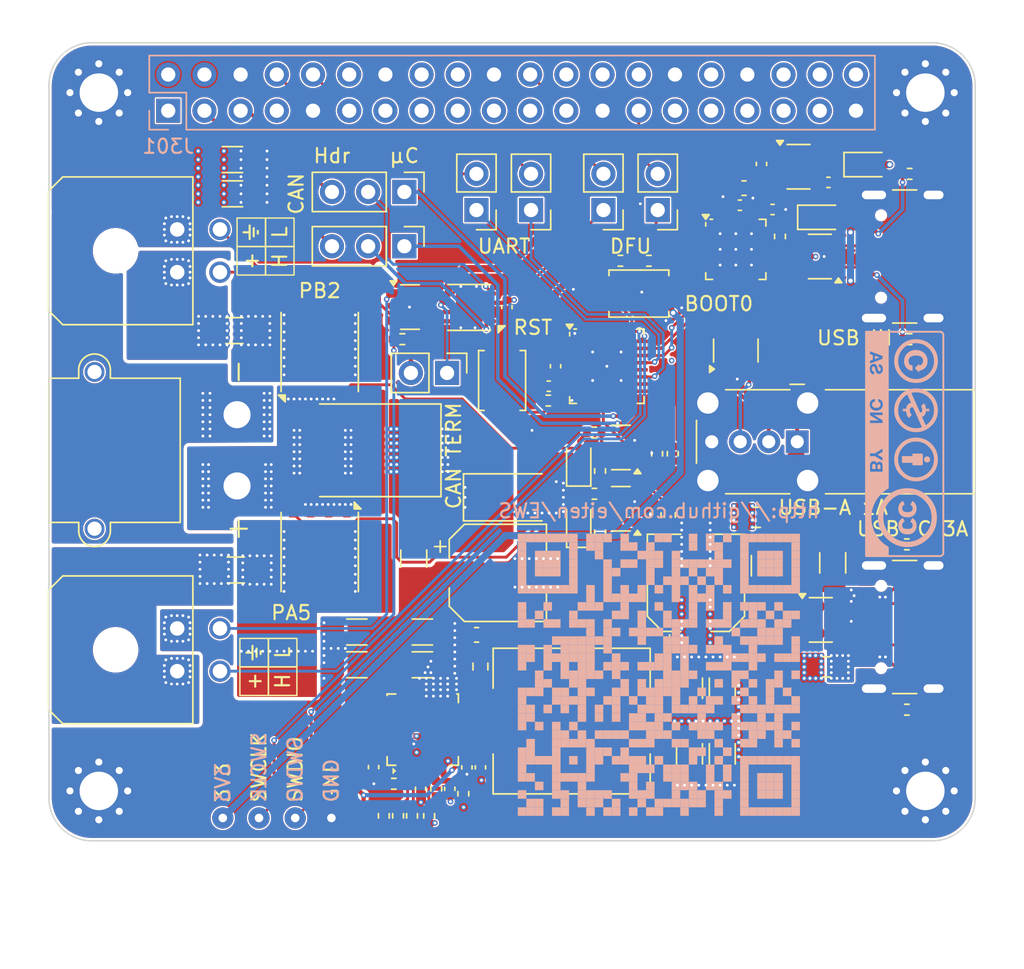
<source format=kicad_pcb>
(kicad_pcb (version 20241229) (generator "pcbnew") (generator_version "9.0")
  (title_block (title "EWS - Power, CANbus and USB HAT for 3D Printers") (date "2025-12-04") (rev "0.1") (company "Eduard Iten"))
  (layers (0 "F.Cu" signal) (4 "In1.Cu" signal) (6 "In2.Cu" signal) (2 "B.Cu" signal) (13 "F.Paste" user) (15 "B.Paste" user) (5 "F.SilkS" user "F.Silkscreen") (7 "B.SilkS" user "B.Silkscreen") (1 "F.Mask" user) (3 "B.Mask" user) (25 "Edge.Cuts" user))
  (net 0 "")
  (net 1 "GND")
  (net 2 "/Power/VCC")
  (net 3 "/Power/SS")
  (net 4 "/Power/EN")
  (net 5 "/Power/~{PGOOD}")
  (net 6 "/Power/T_{ON}")
  (net 7 "/Power/VIN")
  (net 8 "5V")
  (net 9 "/Power/FB")
  (net 10 "/Power/SW")
  (net 11 "/Power/SNB")
  (net 36 "3V3")
  (net 54 "Net-(U301-PF2)")
  (net 55 "Net-(J301-Pin_27)")
  (net 56 "Net-(J301-Pin_22)")
  (net 57 "/MCU/SWDIO")
  (net 58 "/MCU/SWCLK")
  (net 59 "Net-(J301-Pin_8)")
  (net 60 "Net-(J301-Pin_10)")
  (net 61 "/MCU/uC USART RX")
  (net 62 "/MCU/uC USART TX")
  (net 63 "/MCU/uC FDCAN1 TX")
  (net 64 "/MCU/uC FDCAN1 RX")
  (net 65 "/MCU/SOC CAN TX")
  (net 66 "/MCU/SOC CAN RX")
  (net 67 "CAN_TX")
  (net 68 "CAN_RX")
  (net 69 "uC USB DP")
  (net 70 "uC USB DN")
  (net 71 "/Connectivity/USB C DP")
  (net 72 "/Connectivity/USB C DN")
  (net 73 "/Connectivity/USB IN DP")
  (net 74 "/Connectivity/USB IN DN")
  (net 75 "/Connectivity/USB A DP")
  (net 76 "/Connectivity/USB A DN")
  (net 77 "/Connectivity/VBUS COUT")
  (net 78 "/Connectivity/CAN N")
  (net 79 "/Connectivity/1DP")
  (net 80 "/Connectivity/1DN")
  (net 81 "/Connectivity/CAN P")
  (net 82 "24V")
  (net 83 "/Connectivity/VEXT")
  (net 84 "/Connectivity/OUT1")
  (net 85 "/Connectivity/OUT2")
  (net 86 "5VD")
  (net 87 "Net-(JP401-B)")
  (net 88 "Net-(C211-Pad2)")
  (net 89 "Net-(U202-BST)")
  (net 90 "Net-(U402-VDD33)")
  (net 91 "Net-(J407-VBUS)")
  (net 93 "Net-(J405-CC1)")
  (net 94 "Net-(J405-CC2)")
  (net 96 "Net-(J406-CC1)")
  (net 97 "Net-(J406-D--PadA7)")
  (net 99 "Net-(J406-D+-PadA6)")
  (net 101 "Net-(J406-CC2)")
  (net 102 "Net-(J407-D+)")
  (net 103 "Net-(J407-D-)")
  (net 104 "Net-(JP302-A)")
  (net 105 "Net-(JP305-A)")
  (net 106 "Net-(U202-I_{LIM})")
  (net 107 "Net-(U402-~{RESET})")
  (net 120 "Net-(Q403-D)")
  (net 121 "Net-(Q403-G)")
  (net 122 "Net-(D406-A)")
  (net 125 "/Connectivity/HE GATE 2")
  (net 126 "/Connectivity/HE GATE 1")
  (net 127 "/Connectivity/OUT1F")
  (net 128 "/Connectivity/OUT2F")
  (net 129 "Net-(Q405-G)")
  (net 130 "Net-(Q405-D)")
  (net 131 "HE2 ON")
  (net 132 "HE1 ON")
  (net 134 "/Power/AGND")
  (footprint "Capacitor_SMD:C_1206_3216Metric" (layer "F.Cu") (at 185 103.5 90)
    (property "Reference" "C406" (hide yes))
    (property "Value" "22u")
  )
  (footprint "Connector_Molex:Molex_Micro-Fit_3.0_43045-0400_2x02_P3.00mm_Horizontal" (layer "F.Cu") (at 139 111.1 90)
    (property "Reference" "J402" (hide yes))
    (property "Value" "Toolhead 1")
  )
  (footprint "Inductor_SMD:L_APV_APH1050" (layer "F.Cu") (at 166.68 114.6)
    (property "Reference" "L201" (hide yes))
    (property "Value" "3.3uH" (hide yes))
  )
  (footprint "Connector_USB:USB_A_Wuerth_614004134726_Horizontal" (layer "F.Cu") (at 182.51 95 180)
    (property "Reference" "J407" (hide yes))
    (property "Value" "OUT")
  )
  (footprint "Connector_PinHeader_2.54mm:PinHeader_1x02_P2.54mm_Vertical" (layer "F.Cu") (at 163.83 78.74 180)
    (property "Reference" "JP303" (hide yes))
    (property "Value" "~")
  )
  (footprint "Capacitor_SMD:C_1206_3216Metric" (layer "F.Cu") (at 177.25 116.9 -90)
    (property "Reference" "C217" (hide yes))
    (property "Value" "22u" (hide yes))
  )
  (footprint "Resistor_SMD:R_0402_1005Metric" (layer "F.Cu") (at 172.1 82.3 180)
    (property "Reference" "R303" (hide yes))
    (property "Value" "1k")
  )
  (footprint "Button_Switch_SMD:SW_SPST_TS-1088-xR020" (layer "F.Cu") (at 161.8 90.7 -90)
    (property "Reference" "SW301" (hide yes))
    (property "Value" "RST")
  )
  (footprint "Diode_SMD:D_SMC" (layer "F.Cu") (at 152.6 95.6 180)
    (property "Reference" "D402" (hide yes))
    (property "Value" "D_Schottky")
  )
  (footprint "Package_DFN_QFN:QFN-32-1EP_5x5mm_P0.5mm_EP3.45x3.45mm" (layer "F.Cu") (at 169.15 89.7)
    (property "Reference" "U301" (hide yes))
    (property "Value" "STM32G0B1KBUx")
  )
  (footprint "Package_SON:HVSON-8-1EP_3x3mm_P0.65mm_EP1.6x2.4mm" (layer "F.Cu") (at 159.4875 85.5725 180)
    (property "Reference" "U401" (hide yes))
    (property "Value" "TJA1051TK-3")
  )
  (footprint "Connector_PinHeader_2.54mm:PinHeader_1x02_P2.54mm_Vertical" (layer "F.Cu") (at 157.9375 90.17 -90)
    (property "Reference" "JP401" (hide yes))
    (property "Value" "~")
  )
  (footprint "Package_TO_SOT_SMD:SOT-23" (layer "F.Cu") (at 170.1375 99.7 180)
    (property "Reference" "Q405" (hide yes))
    (property "Value" "AO3400A")
  )
  (footprint "Capacitor_SMD:CP_Elec_6.3x7.7" (layer "F.Cu") (at 161.5 104.2)
    (property "Reference" "C201" (hide yes))
    (property "Value" "100u" (hide yes))
  )
  (footprint "Package_TO_SOT_SMD:SOT-23-6" (layer "F.Cu") (at 184.1 82 180)
    (property "Reference" "U403" (hide yes))
    (property "Value" "USBLC6-2SC6")
  )
  (footprint "Capacitor_SMD:C_1206_3216Metric" (layer "F.Cu") (at 174.95 112.3 90)
    (property "Reference" "C214" (hide yes))
    (property "Value" "22u" (hide yes))
  )
  (footprint "Resistor_SMD:R_0603_1608Metric" (layer "F.Cu") (at 160.28 110.775 90)
    (property "Reference" "R206" (hide yes))
    (property "Value" "1R")
  )
  (footprint "Resistor_SMD:R_0402_1005Metric" (layer "F.Cu") (at 168.275 98.65)
    (property "Reference" "R414" (hide yes))
    (property "Value" "30k")
  )
  (footprint "Fuse:Fuse_0805_2012Metric" (layer "F.Cu") (at 184.5625 110.8)
    (property "Reference" "F403" (hide yes))
    (property "Value" "4A")
  )
  (footprint "Diode_SMD:D_SOD-323" (layer "F.Cu") (at 184.15 79.25)
    (property "Reference" "D406" (hide yes))
    (property "Value" "1N5819WS")
  )
  (footprint "Capacitor_SMD:C_1206_3216Metric" (layer "F.Cu") (at 142.875 75.2 180)
    (property "Reference" "C304" (hide yes))
    (property "Value" "22u")
  )
  (footprint "Connector_PinHeader_2.54mm:PinHeader_1x03_P2.54mm_Vertical" (layer "F.Cu") (at 154.94 77.47 -90)
    (property "Reference" "JP306" (hide yes))
    (property "Value" "Jumper_3_Open")
  )
  (footprint "Package_DFN_QFN:AO_DFN-8-1EP_5.55x5.2mm_P1.27mm_EP4.12x4.6mm" (layer "F.Cu") (at 149 88.7 90)
    (property "Reference" "Q401" (hide yes))
    (property "Value" "CJAC70P06")
  )
  (footprint "Package_TO_SOT_SMD:SOT-23" (layer "F.Cu") (at 155.3375 85.5475)
    (property "Reference" "D404" (hide yes))
    (property "Value" "NUP2105L")
  )
  (footprint "Capacitor_SMD:C_0402_1005Metric" (layer "F.Cu") (at 162.1375 85.5475 90)
    (property "Reference" "C403" (hide yes))
    (property "Value" "100n")
  )
  (footprint "Fuse:Fuse_1206_3216Metric_Pad1.42x1.75mm_HandSolder" (layer "F.Cu") (at 143.1125 104 180)
    (property "Reference" "F401" (hide yes))
    (property "Value" "5A")
  )
  (footprint "Resistor_SMD:R_0402_1005Metric" (layer "F.Cu") (at 155.48 121.25 -90)
    (property "Reference" "R204" (hide yes))
    (property "Value" "30k" (hide yes))
  )
  (footprint "Package_DFN_QFN:AO_DFN-8-1EP_5.55x5.2mm_P1.27mm_EP4.12x4.6mm" (layer "F.Cu") (at 149 102.735 -90)
    (property "Reference" "Q404" (hide yes))
    (property "Value" "CJAC70P06")
  )
  (footprint "MountingHole:MountingHole_2.7mm_Pad_Via" (layer "F.Cu") (at 133.5 119.5)
    (property "Reference" "MH103" (hide yes))
    (property "Value" "MountingHole_Pad")
  )
  (footprint "project:NAMED_TEST_POINT" (layer "F.Cu") (at 147.28 121.4 90)
    (property "Reference" "TP303" (hide yes))
    (property "Value" "SWDIO")
  )
  (footprint "Package_TO_SOT_SMD:SOT-23-3" (layer "F.Cu") (at 182.6 75.7)
    (property "Reference" "U201" (hide yes))
    (property "Value" "XC6206PxxxMR")
  )
  (footprint "Capacitor_SMD:C_0402_1005Metric" (layer "F.Cu") (at 165.07 91.1)
    (property "Reference" "C301" (hide yes))
    (property "Value" "100n")
  )
  (footprint "Capacitor_SMD:C_0402_1005Metric" (layer "F.Cu") (at 152.78 117.83 90)
    (property "Reference" "C211" (hide yes))
    (property "Value" "1u" (hide yes))
  )
  (footprint "Capacitor_SMD:C_1206_3216Metric" (layer "F.Cu") (at 142.875 77.6 180)
    (property "Reference" "C303" (hide yes))
    (property "Value" "22u")
  )
  (footprint "Capacitor_SMD:C_0402_1005Metric" (layer "F.Cu") (at 158.13 119.35 90)
    (property "Reference" "C213" (hide yes))
    (property "Value" "1n" (hide yes))
  )
  (footprint "Diode_SMD:D_SOD-323" (layer "F.Cu") (at 167.175 100.8 90)
    (property "Reference" "D407" (hide yes))
    (property "Value" "BZT52C15S")
  )
  (footprint "MountingHole:MountingHole_2.7mm_Pad_Via" (layer "F.Cu") (at 191.5 119.5)
    (property "Reference" "MH104" (hide yes))
    (property "Value" "MountingHole_Pad")
  )
  (footprint "MountingHole:MountingHole_2.7mm_Pad_Via" (layer "F.Cu") (at 191.5 70.5)
    (property "Reference" "MH102" (hide yes))
    (property "Value" "MountingHole_Pad")
  )
  (footprint "Capacitor_SMD:C_0402_1005Metric" (layer "F.Cu") (at 159.33 117.85 -90)
    (property "Reference" "C208" (hide yes))
    (property "Value" "100n" (hide yes))
  )
  (footprint "Diode_SMD:D_SMA" (layer "F.Cu") (at 162.6 98.9)
    (property "Reference" "D403" (hide yes))
    (property "Value" "SMAJ26A")
  )
  (footprint "Resistor_SMD:R_0402_1005Metric" (layer "F.Cu") (at 165.04 92.11)
    (property "Reference" "R301" (hide yes))
    (property "Value" "1k")
  )
  (footprint "project:IC_XR76203ELTR-F" (layer "F.Cu") (at 156.23 115.2 90)
    (property "Reference" "U202" (hide yes))
    (property "Value" "XR76208" (hide yes))
  )
  (footprint "Resistor_SMD:R_0402_1005Metric" (layer "F.Cu") (at 172.675 95.84 -90)
    (property "Reference" "R406" (hide yes))
    (property "Value" "30k")
  )
  (footprint "Capacitor_SMD:C_1206_3216Metric" (layer "F.Cu") (at 151.605 110.65 180)
    (property "Reference" "C205" (hide yes))
    (property "Value" "10u" (hide yes))
  )
  (footprint "Connector_PinHeader_2.54mm:PinHeader_1x02_P2.54mm_Vertical" (layer "F.Cu") (at 168.91 78.74 180)
    (property "Reference" "JP302" (hide yes))
    (property "Value" "~")
  )
  (footprint "Resistor_SMD:R_0402_1005Metric" (layer "F.Cu") (at 173.775 95.84 90)
    (property "Reference" "R407" (hide yes))
    (property "Value" "1k")
  )
  (footprint "Fuse:Fuse_0805_2012Metric" (layer "F.Cu") (at 179.6625 100.3)
    (property "Reference" "F404" (hide yes))
    (property "Value" "1.5A")
  )
  (footprint "Capacitor_SMD:C_1206_3216Metric" (layer "F.Cu") (at 180.2 103.7 -90)
    (property "Reference" "C407" (hide yes))
    (property "Value" "22u")
  )
  (footprint "Connector_PinHeader_2.54mm:PinHeader_1x02_P2.54mm_Vertical" (layer "F.Cu") (at 160 78.74 180)
    (property "Reference" "JP304" (hide yes))
    (property "Value" "~")
  )
  (footprint "Fuse:Fuse_1206_3216Metric_Pad1.42x1.75mm_HandSolder" (layer "F.Cu") (at 155.6 103.2 90)
    (property "Reference" "F201" (hide yes))
    (property "Value" "3A")
  )
  (footprint "Capacitor_SMD:C_1206_3216Metric" (layer "F.Cu") (at 151.605 108.35 180)
    (property "Reference" "C202" (hide yes))
    (property "Value" "10u" (hide yes))
  )
  (footprint "Resistor_SMD:R_0402_1005Metric" (layer "F.Cu") (at 159.08 119.7 -90)
    (property "Reference" "R208" (hide yes))
    (property "Value" "2k" (hide yes))
  )
  (footprint "Capacitor_SMD:C_0402_1005Metric" (layer "F.Cu") (at 156.08 119.35 -90)
    (property "Reference" "C210" (hide yes))
    (property "Value" "100n" (hide yes))
  )
  (footprint "Resistor_SMD:R_0402_1005Metric" (layer "F.Cu") (at 157.18 119.35 90)
    (property "Reference" "R207" (hide yes))
    (property "Value" "15.5k" (hide yes))
  )
  (footprint "MountingHole:MountingHole_2.7mm_Pad_Via" (layer "F.Cu") (at 133.5 70.5)
    (property "Reference" "MH101" (hide yes))
    (property "Value" "MountingHole_Pad")
  )
  (footprint "Button_Switch_SMD:SW_SPST_TS-1088-xR020" (layer "F.Cu") (at 171.4 84.6 180)
    (property "Reference" "SW302" (hide yes))
    (property "Value" "BOOT0")
  )
  (footprint "Capacitor_SMD:C_0402_1005Metric" (layer "F.Cu") (at 180.78 78.7)
    (property "Reference" "C401" (hide yes))
    (property "Value" "100n")
  )
  (footprint "Capacitor_SMD:C_0402_1005Metric" (layer "F.Cu") (at 165.55 89.7 90)
    (property "Reference" "C302" (hide yes))
    (property "Value" "100n")
  )
  (footprint "NetTie:NetTie-2_SMD_Pad0.5mm" (layer "F.Cu") (at 156.1 116.2)
    (property "Reference" "NT201" (hide yes))
    (property "Value" "NetTie_2" (hide yes))
  )
  (footprint "Resistor_SMD:R_0402_1005Metric" (layer "F.Cu") (at 170.1 82.3 180)
    (property "Reference" "R302" (hide yes))
    (property "Value" "10k")
  )
  (footprint "Resistor_SMD:R_0402_1005Metric" (layer "F.Cu") (at 168.265 94.35)
    (property "Reference" "R403" (hide yes))
    (property "Value" "30k")
  )
  (footprint "Package_TO_SOT_SMD:SOT-23-6" (layer "F.Cu") (at 184.1625 107.5)
    (property "Reference" "U404" (hide yes))
    (property "Value" "USBLC6-2SC6")
  )
  (footprint "Resistor_SMD:R_0402_1005Metric" (layer "F.Cu") (at 190.2 113.8 180)
    (property "Reference" "R412" (hide yes))
    (property "Value" "10k")
  )
  (footprint "Connector_PinHeader_2.54mm:PinHeader_1x03_P2.54mm_Vertical" (layer "F.Cu") (at 154.94 81.28 -90)
    (property "Reference" "JP301" (hide yes))
    (property "Value" "Jumper_3_Open")
  )
  (footprint "Diode_SMD:D_SOD-323" (layer "F.Cu") (at 187.4 75.55)
    (property "Reference" "D405" (hide yes))
    (property "Value" "1N5819WS")
  )
  (footprint "Resistor_SMD:R_0402_1005Metric" (layer "F.Cu") (at 156.68 121.25 90)
    (property "Reference" "R203" (hide yes))
    (property "Value" "10k" (hide yes))
  )
  (footprint "Package_TO_SOT_SMD:SOT-23" (layer "F.Cu") (at 170.1375 95.4 180)
    (property "Reference" "Q403" (hide yes))
    (property "Value" "AO3400A")
  )
  (footprint "Resistor_SMD:R_0402_1005Metric" (layer "F.Cu") (at 190.2 102.2 180)
    (property "Reference" "R410" (hide yes))
    (property "Value" "10k")
  )
  (footprint "Diode_SMD:D_SOD-323" (layer "F.Cu") (at 167.175 96.5 90)
    (property "Reference" "D401" (hide yes))
    (property "Value" "BZT52C15S")
  )
  (footprint "Resistor_SMD:R_0402_1005Metric" (layer "F.Cu") (at 190.4 87.8 180)
    (property "Reference" "R409" (hide yes))
    (property "Value" "5k1")
  )
  (footprint "Capacitor_SMD:C_1206_3216Metric" (layer "F.Cu") (at 177.25 112.3 90)
    (property "Reference" "C215" (hide yes))
    (property "Value" "22u" (hide yes))
  )
  (footprint "Resistor_SMD:R_0402_1005Metric" (layer "F.Cu") (at 173.575 100.14 90)
    (property "Reference" "R416" (hide yes))
    (property "Value" "1k")
  )
  (footprint "Connector_AMASS:AMASS_XT30PW-M_1x02_P2.50mm_Horizontal" (layer "F.Cu") (at 143.2 93.1 90)
    (property "Reference" "J401" (hide yes))
    (property "Value" "PWR IN")
  )
  (footprint "Connector_PinHeader_2.54mm:PinHeader_1x02_P2.54mm_Vertical" (layer "F.Cu") (at 172.72 78.74 180)
    (property "Reference" "JP305" (hide yes))
    (property "Value" "~")
  )
  (footprint "Resistor_SMD:R_0402_1005Metric" (layer "F.Cu") (at 168.675 101.35 90)
    (property "Reference" "R413" (hide yes))
    (property "Value" "30k")
  )
  (footprint "Connector_USB:USB_C_Receptacle_GCT_USB4105-xx-A_16P_TopMnt_Horizontal" (layer "F.Cu") (at 191 108 90)
    (property "Reference" "J406" (hide yes))
    (property "Value" "OUT")
  )
  (footprint "Package_DFN_QFN:QFN-24-1EP_4x4mm_P0.5mm_EP2.7x2.7mm_ThermalVias" (layer "F.Cu") (at 178.2 81.5)
    (property "Reference" "U402" (hide yes))
    (property "Value" "CH334F")
  )
  (footprint "Resistor_SMD:R_0402_1005Metric" (layer "F.Cu") (at 190.4 76.2 180)
    (property "Reference" "R411" (hide yes))
    (property "Value" "5k1")
  )
  (footprint "Capacitor_SMD:C_1206_3216Metric" (layer "F.Cu") (at 156.205 108.35)
    (property "Reference" "C206" (hide yes))
    (property "Value" "10u")
  )
  (footprint "Resistor_SMD:R_0402_1005Metric" (layer "F.Cu") (at 172.575 100.14 -90)
    (property "Reference" "R415" (hide yes))
    (property "Value" "30k")
  )
  (footprint "Capacitor_SMD:C_0603_1608Metric" (layer "F.Cu") (at 160.005 108.55 180)
    (property "Reference" "C212" (hide yes))
    (property "Value" "220p")
  )
  (footprint "project:NAMED_TEST_POINT" (layer "F.Cu") (at 142.2 121.4 90)
    (property "Reference" "TP302" (hide yes))
    (property "Value" "3V3")
  )
  (footprint "Capacitor_SMD:C_1206_3216Metric" (layer "F.Cu") (at 174.95 116.9 -90)
    (property "Reference" "C216" (hide yes))
    (property "Value" "22u" (hide yes))
  )
  (footprint "Capacitor_SMD:CP_Elec_6.3x7.7" (layer "F.Cu") (at 175.4 104.9 90)
    (property "Reference" "C405" (hide yes))
    (property "Value" "100u")
  )
  (footprint "Connector_Molex:Molex_Micro-Fit_3.0_43045-0400_2x02_P3.00mm_Horizontal" (layer "F.Cu") (at 139 83.1 90)
    (property "Reference" "J403" (hide yes))
    (property "Value" "Toolhead 2")
  )
  (footprint "Resistor_SMD:R_0402_1005Metric" (layer "F.Cu") (at 154.2 119)
    (property "Reference" "R205" (hide yes))
    (property "Value" "5k1" (hide yes))
  )
  (footprint "Resistor_SMD:R_0402_1005Metric" (layer "F.Cu") (at 181.3 80.59 90)
    (property "Reference" "R408" (hide yes))
    (property "Value" "1k")
  )
  (footprint "Resistor_SMD:R_0402_1005Metric" (layer "F.Cu") (at 168.675 97.05 90)
    (property "Reference" "R401" (hide yes))
    (property "Value" "30k")
  )
  (footprint "project:NAMED_TEST_POINT" (layer "F.Cu") (at 149.82 121.4 90)
    (property "Reference" "TP301" (hide yes))
    (property "Value" "GND")
  )
  (footprint "Capacitor_SMD:C_0402_1005Metric" (layer "F.Cu") (at 160.28 117.85 -90)
    (property "Reference" "C209" (hide yes))
    (property "Value" "4u7" (hide yes))
  )
  (footprint "Capacitor_SMD:C_1206_3216Metric" (layer "F.Cu") (at 156.205 110.65)
    (property "Reference" "C204" (hide yes))
    (property "Value" "10u")
  )
  (footprint "Connector_USB:USB_C_Receptacle_GCT_USB4105-xx-A_16P_TopMnt_Horizontal" (layer "F.Cu") (at 191 82 90)
    (property "Reference" "J405" (hide yes))
    (property "Value" "IN")
  )
  (footprint "Capacitor_SMD:C_0402_1005Metric" (layer "F.Cu") (at 184.7 76.8 180)
    (property "Reference" "C203" (hide yes))
    (property "Value" "1u")
  )
  (footprint "Resistor_SMD:R_0402_1005Metric" (layer "F.Cu") (at 154.5 121.25 -90)
    (property "Reference" "R202" (hide yes))
    (property "Value" "2k2")
  )
  (footprint "project:NAMED_TEST_POINT" (layer "F.Cu") (at 144.74 121.4 90)
    (property "Reference" "TP304" (hide yes))
    (property "Value" "SWCLK")
  )
  (footprint "Capacitor_SMD:C_0603_1608Metric" (layer "F.Cu") (at 178.775 77.2)
    (property "Reference" "C402" (hide yes))
    (property "Value" "10u")
  )
  (footprint "Package_TO_SOT_SMD:SOT-23-6" (layer "F.Cu") (at 178.2 88.6 90)
    (property "Reference" "U405" (hide yes))
    (property "Value" "USBLC6-2SC6")
  )
  (footprint "Resistor_SMD:R_0402_1005Metric" (layer "F.Cu") (at 153.5 121.25 90)
    (property "Reference" "R201" (hide yes))
    (property "Value" "100k" (hide yes))
  )
  (footprint "Resistor_SMD:R_0402_1005Metric_Pad0.72x0.64mm_HandSolder" (layer "F.Cu") (at 154.8 87.8 180)
    (property "Reference" "R405" (hide yes))
    (property "Value" "120R")
  )
  (footprint "Fuse:Fuse_1206_3216Metric_Pad1.42x1.75mm_HandSolder" (layer "F.Cu") (at 143.0125 87.2 180)
    (property "Reference" "F402" (hide yes))
    (property "Value" "5A")
  )
  (footprint "Capacitor_SMD:C_0402_1005Metric" (layer "F.Cu") (at 180 75.5 -90)
    (property "Reference" "C207" (hide yes))
    (property "Value" "1u")
  )
  (footprint "Capacitor_SMD:C_0402_1005Metric" (layer "F.Cu") (at 178.48 78.4)
    (property "Reference" "C404" (hide yes))
    (property "Value" "100n")
  )
  (footprint "project:http___github.com_eiten_EWS" (layer "B.Cu") (at 172.8 111.35 180)
    (property "Reference" "QR*****" (hide yes))
    (property "Value" "http://github.com/eiten/EWS")
  )
  (footprint "project:CC_BY_NC_SA 4" (layer "B.Cu") (at 190.882883 100.847948 90)
    (property "Reference" "REF**" (hide yes))
    (property "Value" "CC_BY_NC_SA 4")
  )
  (footprint "Connector_PinSocket_2.54mm:PinSocket_2x20_P2.54mm_Vertical" (layer "B.Cu") (at 138.37 71.77 -90)
    (property "Reference" "J301")
    (property "Value" "GPIO")
  )
  (footprint "project:HeatSink_9x9x5" (layer "B.Cu") (at 157.2 112.2 90)
    (property "Reference" "REF**" (hide yes))
    (property "Value" "HeatSink_9x9x5" (hide yes))
  )
  (gr_rect (start 145.2 79.3) (end 147.2 81.3) (stroke (width 0.1)) (fill no) (layer "F.SilkS"))
  (gr_rect (start 145.4 108.8) (end 147.4 110.8) (stroke (width 0.1)) (fill no) (layer "F.SilkS"))
  (gr_rect (start 143.2 81.3) (end 145.2 83.3) (stroke (width 0.1)) (fill no) (layer "F.SilkS"))
  (gr_rect (start 143.4 110.8) (end 145.4 112.8) (stroke (width 0.1)) (fill no) (layer "F.SilkS"))
  (gr_rect (start 145.2 81.3) (end 147.2 83.3) (stroke (width 0.1)) (fill no) (layer "F.SilkS"))
  (gr_rect (start 145.4 110.8) (end 147.4 112.8) (stroke (width 0.1)) (fill no) (layer "F.SilkS"))
  (gr_rect (start 143.2 79.3) (end 145.2 81.3) (stroke (width 0.1)) (fill no) (layer "F.SilkS"))
  (gr_rect (start 143.4 108.8) (end 145.4 110.8) (stroke (width 0.1)) (fill no) (layer "F.SilkS"))
  (gr_arc (start 195 120) (mid 194.12132 122.12132) (end 192 123) (stroke (width 0.1)) (layer "Edge.Cuts"))
  (gr_line (start 192 67) (end 133 67) (stroke (width 0.1)) (layer "Edge.Cuts"))
  (gr_line (start 195 120) (end 195 70) (stroke (width 0.1)) (layer "Edge.Cuts"))
  (gr_arc (start 192 67) (mid 194.12132 67.87868) (end 195 70) (stroke (width 0.1)) (layer "Edge.Cuts"))
  (gr_arc (start 133 123) (mid 130.87868 122.12132) (end 130 120) (stroke (width 0.1)) (layer "Edge.Cuts"))
  (gr_line (start 133 123) (end 192 123) (stroke (width 0.1)) (layer "Edge.Cuts"))
  (gr_arc (start 130 70) (mid 130.87868 67.87868) (end 133 67) (stroke (width 0.1)) (layer "Edge.Cuts"))
  (gr_line (start 130 70) (end 130 120) (stroke (width 0.1)) (layer "Edge.Cuts"))
  (gr_text "H" (at 146.2 82.3 90) (layer "F.SilkS") (effects (font (size 1 1))))
  (gr_text "CAN" (at 147.35 77.6 90) (layer "F.SilkS") (effects (font (size 1 1))))
  (gr_text "⏚" (at 144.4 109.8 90) (layer "F.SilkS") (effects (font (size 1 1))))
  (gr_text "BOOT0" (at 174.5 85.9 0) (layer "F.SilkS") (effects (font (size 1 1)) (justify left bottom)))
  (gr_text "Hdr" (at 149.86 74.93 0) (layer "F.SilkS") (effects (font (size 1 1))))
  (gr_text "μC" (at 154.94 74.93 0) (layer "F.SilkS") (effects (font (size 1 1))))
  (gr_text "PA5" (at 147 107 0) (layer "F.SilkS") (effects (font (size 1 1))))
  (gr_text "DFU" (at 170.815 81.28 0) (layer "F.SilkS") (effects (font (size 1 1))))
  (gr_text "USB-A 1A" (at 181.1 100.2 0) (layer "F.SilkS") (effects (font (size 1 1)) (justify left bottom)))
  (gr_text "⏚" (at 144.2 80.3 90) (layer "F.SilkS") (effects (font (size 1 1))))
  (gr_text "RST" (at 162.5 87.565 0) (layer "F.SilkS") (effects (font (size 1 1)) (justify left bottom)))
  (gr_text "UART" (at 161.925 81.28 0) (layer "F.SilkS") (effects (font (size 1 1))))
  (gr_text "+" (at 144.4 111.8 90) (layer "F.SilkS") (effects (font (size 1 1))))
  (gr_text "L" (at 146.4 109.8 90) (layer "F.SilkS") (effects (font (size 1 1))))
  (gr_text "USB IN" (at 183.8 88.3 0) (layer "F.SilkS") (effects (font (size 1 1)) (justify left bottom)))
  (gr_text "L" (at 146.2 80.3 90) (layer "F.SilkS") (effects (font (size 1 1))))
  (gr_text "H" (at 146.4 111.8 90) (layer "F.SilkS") (effects (font (size 1 1))))
  (gr_text "USB-C 3A" (at 186.6 101.7 0) (layer "F.SilkS") (effects (font (size 1 1)) (justify left bottom)))
  (gr_text "PB2" (at 149 84.4 0) (layer "F.SilkS") (effects (font (size 1 1))))
  (gr_text "+" (at 144.2 82.3 90) (layer "F.SilkS") (effects (font (size 1 1))))
  (gr_text "CAN TERM" (at 158.4 92.15 90) (layer "F.SilkS") (effects (font (size 1 1)) (justify right)))
  (via (at 173.7 89.3) (size 0.4) (drill 0.2) (layers "F.Cu" "B.Cu") (net 0))
  (via (at 145.3 75.8) (size 0.4) (drill 0.2) (layers "F.Cu" "B.Cu") (net 1))
  (via (at 174.6 110.1) (size 0.4) (drill 0.2) (layers "F.Cu" "B.Cu") (net 1))
  (via (at 149.8 109.5) (size 0.4) (drill 0.2) (layers "F.Cu" "B.Cu") (net 1))
  (via (at 163.2 103.2) (size 0.4) (drill 0.2) (layers "F.Cu" "B.Cu") (net 1))
  (via (at 162.7 103.2) (size 0.4) (drill 0.2) (layers "F.Cu" "B.Cu") (net 1))
  (via (at 174.4 103.2) (size 0.4) (drill 0.2) (layers "F.Cu" "B.Cu") (net 1))
  (via (at 158.48 110.75) (size 0.4) (drill 0.2) (layers "F.Cu" "B.Cu") (net 1))
  (via (at 145.5 92.6) (size 0.4) (drill 0.2) (layers "F.Cu" "B.Cu") (net 1))
  (via (at 156.8 110.4) (size 0.4) (drill 0.2) (layers "F.Cu" "B.Cu") (net 1))
  (via (at 158.48 110.25) (size 0.4) (drill 0.2) (layers "F.Cu" "B.Cu") (net 1))
  (via (at 149.3 110) (size 0.4) (drill 0.2) (layers "F.Cu" "B.Cu") (net 1))
  (via (at 145.3 74.6) (size 0.4) (drill 0.2) (layers "F.Cu" "B.Cu") (net 1))
  (via (at 178.3 90.6) (size 0.4) (drill 0.2) (layers "F.Cu" "B.Cu") (net 1))
  (via (at 139.8 80.9) (size 0.4) (drill 0.2) (layers "F.Cu" "B.Cu") (net 1))
  (via (at 140.8 93.1) (size 0.4) (drill 0.2) (layers "F.Cu" "B.Cu") (net 1))
  (via (at 166.8 84.3) (size 0.4) (drill 0.2) (layers "F.Cu" "B.Cu") (net 1))
  (via (at 184.4 82) (size 0.4) (drill 0.2) (layers "F.Cu" "B.Cu") (net 1))
  (via (at 177.6 110.1) (size 0.4) (drill 0.2) (layers "F.Cu" "B.Cu") (net 1))
  (via (at 171.1 94.9) (size 0.4) (drill 0.2) (layers "F.Cu" "B.Cu") (net 1))
  (via (at 158.6 112.4) (size 0.4) (drill 0.2) (layers "F.Cu" "B.Cu") (net 1))
  (via (at 175.1 119.1) (size 0.4) (drill 0.2) (layers "F.Cu" "B.Cu") (net 1))
  (via (at 145.3 78.2) (size 0.4) (drill 0.2) (layers "F.Cu" "B.Cu") (net 1))
  (via (at 176.4 102.7) (size 0.4) (drill 0.2) (layers "F.Cu" "B.Cu") (net 1))
  (via (at 172.2 100.1) (size 0.4) (drill 0.2) (layers "F.Cu" "B.Cu") (net 1))
  (via (at 150.3 109.5) (size 0.4) (drill 0.2) (layers "F.Cu" "B.Cu") (net 1))
  (via (at 174.4 101.7) (size 0.4) (drill 0.2) (layers "F.Cu" "B.Cu") (net 1))
  (via (at 139.4 81) (size 0.4) (drill 0.2) (layers "F.Cu" "B.Cu") (net 1))
  (via (at 149.3 109) (size 0.4) (drill 0.2) (layers "F.Cu" "B.Cu") (net 1))
  (via (at 138.6 81) (size 0.4) (drill 0.2) (layers "F.Cu" "B.Cu") (net 1))
  (via (at 163.2 105.2) (size 0.4) (drill 0.2) (layers "F.Cu" "B.Cu") (net 1))
  (via (at 165.2 105.2) (size 0.4) (drill 0.2) (layers "F.Cu" "B.Cu") (net 1))
  (via (at 138.1 80.5) (size 0.4) (drill 0.2) (layers "F.Cu" "B.Cu") (net 1))
  (via (at 149.3 111.6) (size 0.4) (drill 0.2) (layers "F.Cu" "B.Cu") (net 1))
  (via (at 164.6 100) (size 0.4) (drill 0.2) (layers "F.Cu" "B.Cu") (net 1))
  (via (at 145.3 77) (size 0.4) (drill 0.2) (layers "F.Cu" "B.Cu") (net 1))
  (via (at 138.1 108.5) (size 0.4) (drill 0.2) (layers "F.Cu" "B.Cu") (net 1))
  (via (at 145.1 93.1) (size 0.4) (drill 0.2) (layers "F.Cu" "B.Cu") (net 1))
  (via (at 166.9 87.4) (size 0.4) (drill 0.2) (layers "F.Cu" "B.Cu") (net 1))
  (via (at 165.2 103.2) (size 0.4) (drill 0.2) (layers "F.Cu" "B.Cu") (net 1))
  (via (at 139.4 109) (size 0.4) (drill 0.2) (layers "F.Cu" "B.Cu") (net 1))
  (via (at 140.8 92.1) (size 0.4) (drill 0.2) (layers "F.Cu" "B.Cu") (net 1))
  (via (at 177.1 119.1) (size 0.4) (drill 0.2) (layers "F.Cu" "B.Cu") (net 1))
  (via (at 170.15 88.7) (size 0.4) (drill 0.2) (layers "F.Cu" "B.Cu") (net 1))
  (via (at 165.7 105.2) (size 0.4) (drill 0.2) (layers "F.Cu" "B.Cu") (net 1))
  (via (at 149.3 110.5) (size 0.4) (drill 0.2) (layers "F.Cu" "B.Cu") (net 1))
  (via (at 176.4 103.7) (size 0.4) (drill 0.2) (layers "F.Cu" "B.Cu") (net 1))
  (via (at 158.9 84.1) (size 0.4) (drill 0.2) (layers "F.Cu" "B.Cu") (net 1))
  (via (at 145.1 94.6) (size 0.4) (drill 0.2) (layers "F.Cu" "B.Cu") (net 1))
  (via (at 140.8 91.6) (size 0.4) (drill 0.2) (layers "F.Cu" "B.Cu") (net 1))
  (via (at 162.7 105.2) (size 0.4) (drill 0.2) (layers "F.Cu" "B.Cu") (net 1))
  (via (at 174.4 101.2) (size 0.4) (drill 0.2) (layers "F.Cu" "B.Cu") (net 1))
  (via (at 145.5 93.1) (size 0.4) (drill 0.2) (layers "F.Cu" "B.Cu") (net 1))
  (via (at 163.9 94.2) (size 0.4) (drill 0.2) (layers "F.Cu" "B.Cu") (net 1))
  (via (at 166.1 99.4) (size 0.4) (drill 0.2) (layers "F.Cu" "B.Cu") (net 1))
  (via (at 158.9 87) (size 0.4) (drill 0.2) (layers "F.Cu" "B.Cu") (net 1))
  (via (at 141.3 94.1) (size 0.4) (drill 0.2) (layers "F.Cu" "B.Cu") (net 1))
  (via (at 141.3 93.6) (size 0.4) (drill 0.2) (layers "F.Cu" "B.Cu") (net 1))
  (via (at 164.7 105.2) (size 0.4) (drill 0.2) (layers "F.Cu" "B.Cu") (net 1))
  (via (at 174.1 119.1) (size 0.4) (drill 0.2) (layers "F.Cu" "B.Cu") (net 1))
  (via (at 145.5 94.1) (size 0.4) (drill 0.2) (layers "F.Cu" "B.Cu") (net 1))
  (via (at 178.1 110.1) (size 0.4) (drill 0.2) (layers "F.Cu" "B.Cu") (net 1))
  (via (at 168.15 90.7) (size 0.4) (drill 0.2) (layers "F.Cu" "B.Cu") (net 1))
  (via (at 149.3 108.5) (size 0.4) (drill 0.2) (layers "F.Cu" "B.Cu") (net 1))
  (via (at 139.9 108.5) (size 0.4) (drill 0.2) (layers "F.Cu" "B.Cu") (net 1))
  (via (at 145.5 94.6) (size 0.4) (drill 0.2) (layers "F.Cu" "B.Cu") (net 1))
  (via (at 145.1 93.6) (size 0.4) (drill 0.2) (layers "F.Cu" "B.Cu") (net 1))
  (via (at 152.8 119) (size 0.4) (drill 0.2) (layers "F.Cu" "B.Cu") (net 1))
  (via (at 141.3 91.6) (size 0.4) (drill 0.2) (layers "F.Cu" "B.Cu") (net 1))
  (via (at 138.1 107.7) (size 0.4) (drill 0.2) (layers "F.Cu" "B.Cu") (net 1))
  (via (at 174.4 102.7) (size 0.4) (drill 0.2) (layers "F.Cu" "B.Cu") (net 1))
  (via (at 165.6 100) (size 0.4) (drill 0.2) (layers "F.Cu" "B.Cu") (net 1))
  (via (at 158.48 109.25) (size 0.4) (drill 0.2) (layers "F.Cu" "B.Cu") (net 1))
  (via (at 158.48 107.75) (size 0.4) (drill 0.2) (layers "F.Cu" "B.Cu") (net 1))
  (via (at 143.475 75.8) (size 0.4) (drill 0.2) (layers "F.Cu" "B.Cu") (net 1))
  (via (at 145.3 77.6) (size 0.4) (drill 0.2) (layers "F.Cu" "B.Cu") (net 1))
  (via (at 145.5 91.6) (size 0.4) (drill 0.2) (layers "F.Cu" "B.Cu") (net 1))
  (via (at 172.3 95.8) (size 0.4) (drill 0.2) (layers "F.Cu" "B.Cu") (net 1))
  (via (at 156.4 111.2) (size 0.4) (drill 0.2) (layers "F.Cu" "B.Cu") (net 1))
  (via (at 143.475 75.2) (size 0.4) (drill 0.2) (layers "F.Cu" "B.Cu") (net 1))
  (via (at 158.48 109.75) (size 0.4) (drill 0.2) (layers "F.Cu" "B.Cu") (net 1))
  (via (at 138.2 108.9) (size 0.4) (drill 0.2) (layers "F.Cu" "B.Cu") (net 1))
  (via (at 165.6 97.8) (size 0.4) (drill 0.2) (layers "F.Cu" "B.Cu") (net 1))
  (via (at 139.4 79.2) (size 0.4) (drill 0.2) (layers "F.Cu" "B.Cu") (net 1))
  (via (at 174.6 119.1) (size 0.4) (drill 0.2) (layers "F.Cu" "B.Cu") (net 1))
  (via (at 175.6 119.1) (size 0.4) (drill 0.2) (layers "F.Cu" "B.Cu") (net 1))
  (via (at 159.9 87) (size 0.4) (drill 0.2) (layers "F.Cu" "B.Cu") (net 1))
  (via (at 166.7 92.1) (size 0.4) (drill 0.2) (layers "F.Cu" "B.Cu") (net 1))
  (via (at 169.15 89.7) (size 0.4) (drill 0.2) (layers "F.Cu" "B.Cu") (net 1))
  (via (at 156.8 111.2) (size 0.4) (drill 0.2) (layers "F.Cu" "B.Cu") (net 1))
  (via (at 177.3 77.8) (size 0.4) (drill 0.2) (layers "F.Cu" "B.Cu") (net 1))
  (via (at 139 79.2) (size 0.4) (drill 0.2) (layers "F.Cu" "B.Cu") (net 1))
  (via (at 159.33 118.33) (size 0.4) (drill 0.2) (layers "F.Cu" "B.Cu") (net 1))
  (via (at 145.3 76.4) (size 0.4) (drill 0.2) (layers "F.Cu" "B.Cu") (net 1))
  (via (at 139 81) (size 0.4) (drill 0.2) (layers "F.Cu" "B.Cu") (net 1))
  (via (at 138.1 79.7) (size 0.4) (drill 0.2) (layers "F.Cu" "B.Cu") (net 1))
  (via (at 176.4 101.2) (size 0.4) (drill 0.2) (layers "F.Cu" "B.Cu") (net 1))
  (via (at 164.2 105.2) (size 0.4) (drill 0.2) (layers "F.Cu" "B.Cu") (net 1))
  (via (at 174.1 110.1) (size 0.4) (drill 0.2) (layers "F.Cu" "B.Cu") (net 1))
  (via (at 138.6 79.2) (size 0.4) (drill 0.2) (layers "F.Cu" "B.Cu") (net 1))
  (via (at 164.1 100) (size 0.4) (drill 0.2) (layers "F.Cu" "B.Cu") (net 1))
  (via (at 140.8 92.6) (size 0.4) (drill 0.2) (layers "F.Cu" "B.Cu") (net 1))
  (via (at 139.8 108.9) (size 0.4) (drill 0.2) (layers "F.Cu" "B.Cu") (net 1))
  (via (at 160 84.1) (size 0.4) (drill 0.2) (layers "F.Cu" "B.Cu") (net 1))
  (via (at 164.7 103.2) (size 0.4) (drill 0.2) (layers "F.Cu" "B.Cu") (net 1))
  (via (at 141.3 93.1) (size 0.4) (drill 0.2) (layers "F.Cu" "B.Cu") (net 1))
  (via (at 141.3 92.1) (size 0.4) (drill 0.2) (layers "F.Cu" "B.Cu") (net 1))
  (via (at 166.1 98.9) (size 0.4) (drill 0.2) (layers "F.Cu" "B.Cu") (net 1))
  (via (at 145.5 93.6) (size 0.4) (drill 0.2) (layers "F.Cu" "B.Cu") (net 1))
  (via (at 141.3 92.6) (size 0.4) (drill 0.2) (layers "F.Cu" "B.Cu") (net 1))
  (via (at 158.48 111.25) (size 0.4) (drill 0.2) (layers "F.Cu" "B.Cu") (net 1))
  (via (at 165.1 100) (size 0.4) (drill 0.2) (layers "F.Cu" "B.Cu") (net 1))
  (via (at 138.6 107.2) (size 0.4) (drill 0.2) (layers "F.Cu" "B.Cu") (net 1))
  (via (at 171.1 99.2) (size 0.4) (drill 0.2) (layers "F.Cu" "B.Cu") (net 1))
  (via (at 166.1 98.4) (size 0.4) (drill 0.2) (layers "F.Cu" "B.Cu") (net 1))
  (via (at 163.6 100) (size 0.4) (drill 0.2) (layers "F.Cu" "B.Cu") (net 1))
  (via (at 143.475 76.4) (size 0.4) (drill 0.2) (layers "F.Cu" "B.Cu") (net 1))
  (via (at 139.9 107.7) (size 0.4) (drill 0.2) (layers "F.Cu" "B.Cu") (net 1))
  (via (at 164.2 103.2) (size 0.4) (drill 0.2) (layers "F.Cu" "B.Cu") (net 1))
  (via (at 176.4 102.2) (size 0.4) (drill 0.2) (layers "F.Cu" "B.Cu") (net 1))
  (via (at 139 109) (size 0.4) (drill 0.2) (layers "F.Cu" "B.Cu") (net 1))
  (via (at 176.4 100.7) (size 0.4) (drill 0.2) (layers "F.Cu" "B.Cu") (net 1))
  (via (at 143.475 74.6) (size 0.4) (drill 0.2) (layers "F.Cu" "B.Cu") (net 1))
  (via (at 145.1 94.1) (size 0.4) (drill 0.2) (layers "F.Cu" "B.Cu") (net 1))
  (via (at 176.6 110.1) (size 0.4) (drill 0.2) (layers "F.Cu" "B.Cu") (net 1))
  (via (at 176.4 101.7) (size 0.4) (drill 0.2) (layers "F.Cu" "B.Cu") (net 1))
  (via (at 156.6 110.8) (size 0.4) (drill 0.2) (layers "F.Cu" "B.Cu") (net 1))
  (via (at 145.3 75.2) (size 0.4) (drill 0.2) (layers "F.Cu" "B.Cu") (net 1))
  (via (at 166.1 97.9) (size 0.4) (drill 0.2) (layers "F.Cu" "B.Cu") (net 1))
  (via (at 175.1 110.1) (size 0.4) (drill 0.2) (layers "F.Cu" "B.Cu") (net 1))
  (via (at 176.1 110.1) (size 0.4) (drill 0.2) (layers "F.Cu" "B.Cu") (net 1))
  (via (at 158.48 108.75) (size 0.4) (drill 0.2) (layers "F.Cu" "B.Cu") (net 1))
  (via (at 138.2 80.9) (size 0.4) (drill 0.2) (layers "F.Cu" "B.Cu") (net 1))
  (via (at 155.3 85.55) (size 0.4) (drill 0.2) (layers "F.Cu" "B.Cu") (net 1))
  (via (at 143.475 77) (size 0.4) (drill 0.2) (layers "F.Cu" "B.Cu") (net 1))
  (via (at 175.6 110.1) (size 0.4) (drill 0.2) (layers "F.Cu" "B.Cu") (net 1))
  (via (at 143.475 77.6) (size 0.4) (drill 0.2) (layers "F.Cu" "B.Cu") (net 1))
  (via (at 145.1 92.6) (size 0.4) (drill 0.2) (layers "F.Cu" "B.Cu") (net 1))
  (via (at 156 111.6) (size 0.4) (drill 0.2) (layers "F.Cu" "B.Cu") (net 1))
  (via (at 168.15 88.7) (size 0.4) (drill 0.2) (layers "F.Cu" "B.Cu") (net 1))
  (via (at 170.15 90.7) (size 0.4) (drill 0.2) (layers "F.Cu" "B.Cu") (net 1))
  (via (at 174.4 100.7) (size 0.4) (drill 0.2) (layers "F.Cu" "B.Cu") (net 1))
  (via (at 139.9 80.1) (size 0.4) (drill 0.2) (layers "F.Cu" "B.Cu") (net 1))
  (via (at 145.1 91.6) (size 0.4) (drill 0.2) (layers "F.Cu" "B.Cu") (net 1))
  (via (at 139.9 108.1) (size 0.4) (drill 0.2) (layers "F.Cu" "B.Cu") (net 1))
  (via (at 176.6 119.1) (size 0.4) (drill 0.2) (layers "F.Cu" "B.Cu") (net 1))
  (via (at 171.5 78.3) (size 0.4) (drill 0.2) (layers "F.Cu" "B.Cu") (net 1))
  (via (at 139.8 107.3) (size 0.4) (drill 0.2) (layers "F.Cu" "B.Cu") (net 1))
  (via (at 138.6 109) (size 0.4) (drill 0.2) (layers "F.Cu" "B.Cu") (net 1))
  (via (at 140.8 94.1) (size 0.4) (drill 0.2) (layers "F.Cu" "B.Cu") (net 1))
  (via (at 178.1 119.1) (size 0.4) (drill 0.2) (layers "F.Cu" "B.Cu") (net 1))
  (via (at 141.3 94.6) (size 0.4) (drill 0.2) (layers "F.Cu" "B.Cu") (net 1))
  (via (at 139.9 80.5) (size 0.4) (drill 0.2) (layers "F.Cu" "B.Cu") (net 1))
  (via (at 150.8 109.5) (size 0.4) (drill 0.2) (layers "F.Cu" "B.Cu") (net 1))
  (via (at 177.1 110.1) (size 0.4) (drill 0.2) (layers "F.Cu" "B.Cu") (net 1))
  (via (at 173.3 86.5) (size 0.4) (drill 0.2) (layers "F.Cu" "B.Cu") (net 1))
  (via (at 155.6 116.2) (size 0.4) (drill 0.2) (layers "F.Cu" "B.Cu") (net 1))
  (via (at 138.1 108.1) (size 0.4) (drill 0.2) (layers "F.Cu" "B.Cu") (net 1))
  (via (at 158.48 108.25) (size 0.4) (drill 0.2) (layers "F.Cu" "B.Cu") (net 1))
  (via (at 171.6 84.5) (size 0.4) (drill 0.2) (layers "F.Cu" "B.Cu") (net 1))
  (via (at 174.4 103.7) (size 0.4) (drill 0.2) (layers "F.Cu" "B.Cu") (net 1))
  (via (at 140.8 94.6) (size 0.4) (drill 0.2) (layers "F.Cu" "B.Cu") (net 1))
  (via (at 139.9 79.7) (size 0.4) (drill 0.2) (layers "F.Cu" "B.Cu") (net 1))
  (via (at 149.3 109.5) (size 0.4) (drill 0.2) (layers "F.Cu" "B.Cu") (net 1))
  (via (at 181.7 78.7) (size 0.4) (drill 0.2) (layers "F.Cu" "B.Cu") (net 1))
  (via (at 138.2 107.3) (size 0.4) (drill 0.2) (layers "F.Cu" "B.Cu") (net 1))
  (via (at 176.1 119.1) (size 0.4) (drill 0.2) (layers "F.Cu" "B.Cu") (net 1))
  (via (at 166.1 99.9) (size 0.4) (drill 0.2) (layers "F.Cu" "B.Cu") (net 1))
  (via (at 174.4 85.6) (size 0.4) (drill 0.2) (layers "F.Cu" "B.Cu") (net 1))
  (via (at 174.4 102.2) (size 0.4) (drill 0.2) (layers "F.Cu" "B.Cu") (net 1))
  (via (at 158.6 111.6) (size 0.4) (drill 0.2) (layers "F.Cu" "B.Cu") (net 1))
  (via (at 138.2 79.3) (size 0.4) (drill 0.2) (layers "F.Cu" "B.Cu") (net 1))
  (via (at 163.7 103.2) (size 0.4) (drill 0.2) (layers "F.Cu" "B.Cu") (net 1))
  (via (at 139 107.2) (size 0.4) (drill 0.2) (layers "F.Cu" "B.Cu") (net 1))
  (via (at 145.1 92.1) (size 0.4) (drill 0.2) (layers "F.Cu" "B.Cu") (net 1))
  (via (at 179.4 77.9) (size 0.4) (drill 0.2) (layers "F.Cu" "B.Cu") (net 1))
  (via (at 176.4 103.2) (size 0.4) (drill 0.2) (layers "F.Cu" "B.Cu") (net 1))
  (via (at 143.475 78.2) (size 0.4) (drill 0.2) (layers "F.Cu" "B.Cu") (net 1))
  (via (at 139.4 107.2) (size 0.4) (drill 0.2) (layers "F.Cu" "B.Cu") (net 1))
  (via (at 139.8 79.3) (size 0.4) (drill 0.2) (layers "F.Cu" "B.Cu") (net 1))
  (via (at 165.7 103.2) (size 0.4) (drill 0.2) (layers "F.Cu" "B.Cu") (net 1))
  (via (at 145.5 92.1) (size 0.4) (drill 0.2) (layers "F.Cu" "B.Cu") (net 1))
  (via (at 177.6 119.1) (size 0.4) (drill 0.2) (layers "F.Cu" "B.Cu") (net 1))
  (via (at 140.8 93.6) (size 0.4) (drill 0.2) (layers "F.Cu" "B.Cu") (net 1))
  (via (at 158.6 112) (size 0.4) (drill 0.2) (layers "F.Cu" "B.Cu") (net 1))
  (via (at 163.7 105.2) (size 0.4) (drill 0.2) (layers "F.Cu" "B.Cu") (net 1))
  (via (at 149.3 107.7) (size 0.4) (drill 0.2) (layers "F.Cu" "B.Cu") (net 1))
  (via (at 138.1 80.1) (size 0.4) (drill 0.2) (layers "F.Cu" "B.Cu") (net 1))
  (segment (start 159.631 116.401) (end 159.43 116.2) (width 0.2) (layer "F.Cu") (net 2))
  (segment (start 160.28 117.37) (end 159.631 116.721) (width 0.2) (layer "F.Cu") (net 2))
  (segment (start 159.43 116.2) (end 158.822 116.2) (width 0.2) (layer "F.Cu") (net 2))
  (segment (start 159.631 116.721) (end 159.631 116.401) (width 0.2) (layer "F.Cu") (net 2))
  (segment (start 156.23 118.72) (end 156.08 118.87) (width 0.2) (layer "F.Cu") (net 3))
  (segment (start 156.23 117.792) (end 156.23 118.72) (width 0.2) (layer "F.Cu") (net 3))
  (segment (start 155.168 120.072) (end 155.168 118.392) (width 0.2) (layer "F.Cu") (net 4))
  (segment (start 155.23 118.33) (end 155.23 117.792) (width 0.2) (layer "F.Cu") (net 4))
  (segment (start 153.5 120.74) (end 154.5 120.74) (width 0.2) (layer "F.Cu") (net 4))
  (segment (start 155.168 118.392) (end 155.23 118.33) (width 0.2) (layer "F.Cu") (net 4))
  (segment (start 154.5 120.74) (end 155.168 120.072) (width 0.2) (layer "F.Cu") (net 4))
  (segment (start 156.659 117.863) (end 156.659 120.719) (width 0.2) (layer "F.Cu") (net 5))
  (segment (start 156.73 117.792) (end 156.659 117.863) (width 0.2) (layer "F.Cu") (net 5))
  (segment (start 156.659 120.719) (end 156.68 120.74) (width 0.2) (layer "F.Cu") (net 5))
  (segment (start 155.569 120.651) (end 155.48 120.74) (width 0.2) (layer "F.Cu") (net 6))
  (segment (start 155.73 117.792) (end 155.73 118.423872) (width 0.2) (layer "F.Cu") (net 6))
  (segment (start 155.569 118.584872) (end 155.569 120.651) (width 0.2) (layer "F.Cu") (net 6))
  (segment (start 155.73 118.423872) (end 155.569 118.584872) (width 0.2) (layer "F.Cu") (net 6))
  (segment (start 152.43 115.2) (end 151.6 116.03) (width 0.3) (layer "F.Cu") (net 7))
  (segment (start 153.16 121.76) (end 153.5 121.76) (width 0.3) (layer "F.Cu") (net 7))
  (segment (start 152.08 119.8) (end 152.08 120.68) (width 0.3) (layer "F.Cu") (net 7))
  (segment (start 158.96 117.37) (end 158.28 118.05) (width 0.3) (layer "F.Cu") (net 7))
  (segment (start 151.6 119.32) (end 152.08 119.8) (width 0.3) (layer "F.Cu") (net 7))
  (segment (start 151.6 116.03) (end 151.6 119.32) (width 0.3) (layer "F.Cu") (net 7))
  (segment (start 159.33 117.208) (end 158.822 116.7) (width 0.3) (layer "F.Cu") (net 7))
  (segment (start 153.43 115.2) (end 152.43 115.2) (width 0.3) (layer "F.Cu") (net 7))
  (segment (start 159.33 117.37) (end 158.96 117.37) (width 0.3) (layer "F.Cu") (net 7))
  (segment (start 159.33 117.37) (end 159.33 117.208) (width 0.3) (layer "F.Cu") (net 7))
  (segment (start 152.08 120.68) (end 153.16 121.76) (width 0.3) (layer "F.Cu") (net 7))
  (via (at 152.08 119.8) (size 0.4) (drill 0.2) (layers "F.Cu" "B.Cu") (net 7))
  (via (at 158.28 118.05) (size 0.4) (drill 0.2) (layers "F.Cu" "B.Cu") (net 7))
  (segment (start 156.53 119.8) (end 158.28 118.05) (width 0.3) (layer "B.Cu") (net 7))
  (segment (start 152.08 119.8) (end 156.53 119.8) (width 0.3) (layer "B.Cu") (net 7))
  (segment (start 157.07 121.76) (end 157.08 121.75) (width 0.3) (layer "F.Cu") (net 8))
  (segment (start 162.1375 85.0675) (end 162.6175 85.0675) (width 0.3) (layer "F.Cu") (net 8))
  (segment (start 158.13 120.2) (end 158.18 120.25) (width 0.3) (layer "F.Cu") (net 8))
  (segment (start 158.1 119.86) (end 158.13 119.83) (width 0.3) (layer "F.Cu") (net 8))
  (segment (start 188.45 75.55) (end 189 75.55) (width 0.5) (layer "F.Cu") (net 8))
  (segment (start 161.9575 85.2475) (end 162.1375 85.0675) (width 0.3) (layer "F.Cu") (net 8))
  (segment (start 182.9625 82) (end 183.8 82) (width 0.3) (layer "F.Cu") (net 8))
  (segment (start 162.6175 85.0675) (end 162.6375 85.0475) (width 0.3) (layer "F.Cu") (net 8))
  (segment (start 157.18 119.86) (end 158.1 119.86) (width 0.3) (layer "F.Cu") (net 8))
  (segment (start 160.9375 85.2475) (end 161.9575 85.2475) (width 0.3) (layer "F.Cu") (net 8))
  (segment (start 158.13 119.83) (end 158.13 120.2) (width 0.3) (layer "F.Cu") (net 8))
  (segment (start 156.68 121.76) (end 157.07 121.76) (width 0.3) (layer "F.Cu") (net 8))
  (via (at 179.3625 101) (size 0.4) (drill 0.2) (layers "F.Cu" "B.Cu") (net 8))
  (via (at 174.4 107.6) (size 0.4) (drill 0.2) (layers "F.Cu" "B.Cu") (net 8))
  (via (at 176.4 109.1) (size 0.4) (drill 0.2) (layers "F.Cu" "B.Cu") (net 8))
  (via (at 183 111.6) (size 0.4) (drill 0.2) (layers "F.Cu" "B.Cu") (net 8))
  (via (at 178.0625 101) (size 0.4) (drill 0.2) (layers "F.Cu" "B.Cu") (net 8))
  (via (at 174.4 107.1) (size 0.4) (drill 0.2) (layers "F.Cu" "B.Cu") (net 8))
  (via (at 142.275 75.8) (size 0.4) (drill 0.2) (layers "F.Cu" "B.Cu") (net 8))
  (via (at 178.4 112.1) (size 0.4) (drill 0.2) (layers "F.Cu" "B.Cu") (net 8))
  (via (at 173.9 114.6) (size 0.4) (drill 0.2) (layers "F.Cu" "B.Cu") (net 8))
  (via (at 140.475 77.6) (size 0.4) (drill 0.2) (layers "F.Cu" "B.Cu") (net 8))
  (via (at 140.475 75.2) (size 0.4) (drill 0.2) (layers "F.Cu" "B.Cu") (net 8))
  (via (at 176.4 106.6) (size 0.4) (drill 0.2) (layers "F.Cu" "B.Cu") (net 8))
  (via (at 178.0625 100.5) (size 0.4) (drill 0.2) (layers "F.Cu" "B.Cu") (net 8))
  (via (at 174.4 108.1) (size 0.4) (drill 0.2) (layers "F.Cu" "B.Cu") (net 8))
  (via (at 184.2 110) (size 0.4) (drill 0.2) (layers "F.Cu" "B.Cu") (net 8))
  (via (at 174.4 106.6) (size 0.4) (drill 0.2) (layers "F.Cu" "B.Cu") (net 8))
  (via (at 184.2 111.6) (size 0.4) (drill 0.2) (layers "F.Cu" "B.Cu") (net 8))
  (via (at 176.4 107.1) (size 0.4) (drill 0.2) (layers "F.Cu" "B.Cu") (net 8))
  (via (at 184.2 110.4) (size 0.4) (drill 0.2) (layers "F.Cu" "B.Cu") (net 8))
  (via (at 178.4 115.6) (size 0.4) (drill 0.2) (layers "F.Cu" "B.Cu") (net 8))
  (via (at 178.0625 100) (size 0.4) (drill 0.2) (layers "F.Cu" "B.Cu") (net 8))
  (via (at 142.275 77.6) (size 0.4) (drill 0.2) (layers "F.Cu" "B.Cu") (net 8))
  (via (at 174.4 108.6) (size 0.4) (drill 0.2) (layers "F.Cu" "B.Cu") (net 8))
  (via (at 175.9 114.6) (size 0.4) (drill 0.2) (layers "F.Cu" "B.Cu") (net 8))
  (via (at 179.3625 99.5) (size 0.4) (drill 0.2) (layers "F.Cu" "B.Cu") (net 8))
  (via (at 183.8 82) (size 0.4) (drill 0.2) (layers "F.Cu" "B.Cu") (net 8))
  (via (at 157.08 121.75) (size 0.4) (drill 0.2) (layers "F.Cu" "B.Cu") (net 8))
  (via (at 174.4 106.1) (size 0.4) (drill 0.2) (layers "F.Cu" "B.Cu") (net 8))
  (via (at 184.2 110.8) (size 0.4) (drill 0.2) (layers "F.Cu" "B.Cu") (net 8))
  (via (at 183.4 111.6) (size 0.4) (drill 0.2) (layers "F.Cu" "B.Cu") (net 8))
  (via (at 174.4 109.1) (size 0.4) (drill 0.2) (layers "F.Cu" "B.Cu") (net 8))
  (via (at 142.275 77) (size 0.4) (drill 0.2) (layers "F.Cu" "B.Cu") (net 8))
  (via (at 183.8 111.6) (size 0.4) (drill 0.2) (layers "F.Cu" "B.Cu") (net 8))
  (via (at 140.475 78.2) (size 0.4) (drill 0.2) (layers "F.Cu" "B.Cu") (net 8))
  (via (at 178.4 117.1) (size 0.4) (drill 0.2) (layers "F.Cu" "B.Cu") (net 8))
  (via (at 140.475 75.8) (size 0.4) (drill 0.2) (layers "F.Cu" "B.Cu") (net 8))
  (via (at 176.4 114.6) (size 0.4) (drill 0.2) (layers "F.Cu" "B.Cu") (net 8))
  (via (at 174.4 114.6) (size 0.4) (drill 0.2) (layers "F.Cu" "B.Cu") (net 8))
  (via (at 183 110.4) (size 0.4) (drill 0.2) (layers "F.Cu" "B.Cu") (net 8))
  (via (at 178.4 115.1) (size 0.4) (drill 0.2) (layers "F.Cu" "B.Cu") (net 8))
  (via (at 142.275 74.6) (size 0.4) (drill 0.2) (layers "F.Cu" "B.Cu") (net 8))
  (via (at 176.4 107.6) (size 0.4) (drill 0.2) (layers "F.Cu" "B.Cu") (net 8))
  (via (at 183 110) (size 0.4) (drill 0.2) (layers "F.Cu" "B.Cu") (net 8))
  (via (at 176.4 106.1) (size 0.4) (drill 0.2) (layers "F.Cu" "B.Cu") (net 8))
  (via (at 189 75.55) (size 0.5) (drill 0.3) (layers "F.Cu" "B.Cu") (net 8))
  (via (at 178.4 114.6) (size 0.4) (drill 0.2) (layers "F.Cu" "B.Cu") (net 8))
  (via (at 183 110.8) (size 0.4) (drill 0.2) (layers "F.Cu" "B.Cu") (net 8))
  (via (at 179.3625 100.5) (size 0.4) (drill 0.2) (layers "F.Cu" "B.Cu") (net 8))
  (via (at 176.4 108.6) (size 0.4) (drill 0.2) (layers "F.Cu" "B.Cu") (net 8))
  (via (at 142.275 75.2) (size 0.4) (drill 0.2) (layers "F.Cu" "B.Cu") (net 8))
  (via (at 178.4 116.6) (size 0.4) (drill 0.2) (layers "F.Cu" "B.Cu") (net 8))
  (via (at 174.9 114.6) (size 0.4) (drill 0.2) (layers "F.Cu" "B.Cu") (net 8))
  (via (at 178.4 116.1) (size 0.4) (drill 0.2) (layers "F.Cu" "B.Cu") (net 8))
  (via (at 178.4 113.1) (size 0.4) (drill 0.2) (layers "F.Cu" "B.Cu") (net 8))
  (via (at 140.475 74.6) (size 0.4) (drill 0.2) (layers "F.Cu" "B.Cu") (net 8))
  (via (at 158.18 120.25) (size 0.4) (drill 0.2) (layers "F.Cu" "B.Cu") (net 8))
  (via (at 183 111.2) (size 0.4) (drill 0.2) (layers "F.Cu" "B.Cu") (net 8))
  (via (at 179.3625 100) (size 0.4) (drill 0.2) (layers "F.Cu" "B.Cu") (net 8))
  (via (at 178.4 113.6) (size 0.4) (drill 0.2) (layers "F.Cu" "B.Cu") (net 8))
  (via (at 142.275 78.2) (size 0.4) (drill 0.2) (layers "F.Cu" "B.Cu") (net 8))
  (via (at 140.475 77) (size 0.4) (drill 0.2) (layers "F.Cu" "B.Cu") (net 8))
  (via (at 183.4 110) (size 0.4) (drill 0.2) (layers "F.Cu" "B.Cu") (net 8))
  (via (at 175.4 114.6) (size 0.4) (drill 0.2) (layers "F.Cu" "B.Cu") (net 8))
  (via (at 140.475 76.4) (size 0.4) (drill 0.2) (layers "F.Cu" "B.Cu") (net 8))
  (via (at 162.6375 85.0475) (size 0.4) (drill 0.2) (layers "F.Cu" "B.Cu") (net 8))
  (via (at 183.8 110) (size 0.4) (drill 0.2) (layers "F.Cu" "B.Cu") (net 8))
  (via (at 142.275 76.4) (size 0.4) (drill 0.2) (layers "F.Cu" "B.Cu") (net 8))
  (via (at 184.2 111.2) (size 0.4) (drill 0.2) (layers "F.Cu" "B.Cu") (net 8))
  (via (at 178.4 112.6) (size 0.4) (drill 0.2) (layers "F.Cu" "B.Cu") (net 8))
  (via (at 176.4 108.1) (size 0.4) (drill 0.2) (layers "F.Cu" "B.Cu") (net 8))
  (via (at 176.9 114.6) (size 0.4) (drill 0.2) (layers "F.Cu" "B.Cu") (net 8))
  (via (at 178.4 114.1) (size 0.4) (drill 0.2) (layers "F.Cu" "B.Cu") (net 8))
  (via (at 177.4 114.6) (size 0.4) (drill 0.2) (layers "F.Cu" "B.Cu") (net 8))
  (via (at 177.9 114.6) (size 0.4) (drill 0.2) (layers "F.Cu" "B.Cu") (net 8))
  (via (at 178.0625 99.5) (size 0.4) (drill 0.2) (layers "F.Cu" "B.Cu") (net 8))
  (segment (start 158.13 118.87) (end 158.76 118.87) (width 0.3) (layer "F.Cu") (net 9))
  (segment (start 157.18 118.84) (end 158.1 118.84) (width 0.3) (layer "F.Cu") (net 9))
  (segment (start 158.1 118.84) (end 158.13 118.87) (width 0.3) (layer "F.Cu") (net 9))
  (segment (start 157.23 118.79) (end 157.18 118.84) (width 0.3) (layer "F.Cu") (net 9))
  (segment (start 157.23 117.792) (end 157.23 118.79) (width 0.3) (layer "F.Cu") (net 9))
  (segment (start 158.76 118.87) (end 159.08 119.19) (width 0.3) (layer "F.Cu") (net 9))
  (segment (start 180.67 76.65) (end 180 75.98) (width 0.5) (layer "F.Cu") (net 36))
  (segment (start 171.3 77.45) (end 170.8 77.95) (width 0.5) (layer "F.Cu") (net 36))
  (segment (start 170.8 77.95) (end 170.8 79.3) (width 0.5) (layer "F.Cu") (net 36))
  (segment (start 177.924178 75.98) (end 176.454178 77.45) (width 0.5) (layer "F.Cu") (net 36))
  (segment (start 162.122 82.85) (end 159.05 82.85) (width 0.5) (layer "F.Cu") (net 36))
  (segment (start 171.3 77.45) (end 167.522 77.45) (width 0.5) (layer "F.Cu") (net 36))
  (segment (start 165.55 84.55) (end 165.55 89.22) (width 0.5) (layer "F.Cu") (net 36))
  (segment (start 173.625 85.775) (end 173.8 85.95) (width 0.5) (layer "F.Cu") (net 36))
  (segment (start 173.625 80.279178) (end 176.454178 77.45) (width 0.5) (layer "F.Cu") (net 36))
  (segment (start 180 75.98) (end 177.924178 75.98) (width 0.5) (layer "F.Cu") (net 36))
  (segment (start 173.625 84.6) (end 173.625 85.775) (width 0.5) (layer "F.Cu") (net 36))
  (segment (start 167.522 77.45) (end 162.122 82.85) (width 0.5) (layer "F.Cu") (net 36))
  (segment (start 181.4625 76.65) (end 180.67 76.65) (width 0.5) (layer "F.Cu") (net 36))
  (segment (start 165.78 89.45) (end 165.55 89.22) (width 0.5) (layer "F.Cu") (net 36))
  (segment (start 159.05 82.85) (end 158.0375 83.8625) (width 0.5) (layer "F.Cu") (net 36))
  (segment (start 166.7125 89.45) (end 165.78 89.45) (width 0.5) (layer "F.Cu") (net 36))
  (segment (start 170.8 79.3) (end 165.55 84.55) (width 0.5) (layer "F.Cu") (net 36))
  (segment (start 173.625 84.6) (end 173.625 80.279178) (width 0.5) (layer "F.Cu") (net 36))
  (segment (start 176.454178 77.45) (end 171.3 77.45) (width 0.5) (layer "F.Cu") (net 36))
  (segment (start 158.0375 83.8625) (end 158.0375 84.5975) (width 0.5) (layer "F.Cu") (net 36))
  (via (at 173.8 85.95) (size 0.5) (drill 0.3) (layers "F.Cu" "B.Cu") (net 36))
  (segment (start 174.301 86.451) (end 174.301 97.149) (width 0.5) (layer "B.Cu") (net 36))
  (segment (start 174.301 97.149) (end 169.86319 101.58681) (width 0.5) (layer "B.Cu") (net 36))
  (segment (start 169.86319 101.58681) (end 162.01319 101.58681) (width 0.5) (layer "B.Cu") (net 36))
  (segment (start 162.01319 101.58681) (end 142.2 121.4) (width 0.5) (layer "B.Cu") (net 36))
  (segment (start 173.8 85.95) (end 174.301 86.451) (width 0.5) (layer "B.Cu") (net 36))
  (segment (start 164.735 92.925) (end 165.55 92.11) (width 0.2) (layer "F.Cu") (net 54))
  (segment (start 165.55 92.11) (end 165.55 91.1) (width 0.2) (layer "F.Cu") (net 54))
  (segment (start 166.2 90.45) (end 165.55 91.1) (width 0.2) (layer "F.Cu") (net 54))
  (segment (start 166.7125 90.45) (end 166.2 90.45) (width 0.2) (layer "F.Cu") (net 54))
  (segment (start 161.8 92.925) (end 164.735 92.925) (width 0.2) (layer "F.Cu") (net 54))
  (segment (start 171.39 74.87) (end 171.39 71.77) (width 0.2) (layer "F.Cu") (net 55))
  (segment (start 172.72 76.2) (end 171.39 74.87) (width 0.2) (layer "F.Cu") (net 55))
  (segment (start 168.91 76.2) (end 165 72.29) (width 0.2) (layer "F.Cu") (net 56))
  (segment (start 165 72.29) (end 165 70.46) (width 0.2) (layer "F.Cu") (net 56))
  (segment (start 165 70.46) (end 163.77 69.23) (width 0.2) (layer "F.Cu") (net 56))
  (segment (start 148.4 120.28) (end 147.28 121.4) (width 0.2) (layer "F.Cu") (net 57))
  (segment (start 171.5875 87.95) (end 171.5875 87.8125) (width 0.2) (layer "F.Cu") (net 57))
  (segment (start 148.4 113.95) (end 148.4 120.28) (width 0.2) (layer "F.Cu") (net 57))
  (segment (start 171.5875 87.8125) (end 171.8 87.6) (width 0.2) (layer "F.Cu") (net 57))
  (via (at 171.8 87.6) (size 0.4) (drill 0.2) (layers "F.Cu" "B.Cu") (net 57))
  (via (at 148.4 113.95) (size 0.4) (drill 0.2) (layers "F.Cu" "B.Cu") (net 57))
  (segment (start 167.55 94.8) (end 148.4 113.95) (width 0.2) (layer "B.Cu") (net 57))
  (segment (start 170.2 94.8) (end 167.55 94.8) (width 0.2) (layer "B.Cu") (net 57))
  (segment (start 171.8 87.6) (end 171.8 93.2) (width 0.2) (layer "B.Cu") (net 57))
  (segment (start 171.8 93.2) (end 170.2 94.8) (width 0.2) (layer "B.Cu") (net 57))
  (segment (start 145.8 120.34) (end 144.74 121.4) (width 0.2) (layer "F.Cu") (net 58))
  (segment (start 170.61 83.165) (end 170.61 82.3) (width 0.2) (layer "F.Cu") (net 58))
  (segment (start 169.175 84.6) (end 170.61 83.165) (width 0.2) (layer "F.Cu") (net 58))
  (segment (start 170.9 87.2625) (end 170.9 86.325) (width 0.2) (layer "F.Cu") (net 58))
  (segment (start 171.0625 87.2625) (end 170.9 87.2625) (width 0.2) (layer "F.Cu") (net 58))
  (segment (start 145.8 115.95) (end 145.8 120.34) (width 0.2) (layer "F.Cu") (net 58))
  (segment (start 170.9 86.325) (end 169.175 84.6) (width 0.2) (layer "F.Cu") (net 58))
  (segment (start 171.071327 87.253673) (end 171.0625 87.2625) (width 0.2) (layer "F.Cu") (net 58))
  (segment (start 171.439361 87.253673) (end 171.071327 87.253673) (width 0.2) (layer "F.Cu") (net 58))
  (segment (start 170.61 82.3) (end 171.59 82.3) (width 0.2) (layer "F.Cu") (net 58))
  (via (at 145.8 115.95) (size 0.4) (drill 0.2) (layers "F.Cu" "B.Cu") (net 58))
  (via (at 171.439361 87.253673) (size 0.4) (drill 0.2) (layers "F.Cu" "B.Cu") (net 58))
  (segment (start 171.499 87.8661) (end 171.399 87.7661) (width 0.2) (layer "B.Cu") (net 58))
  (segment (start 171.499 93.075322) (end 171.499 87.8661) (width 0.2) (layer "B.Cu") (net 58))
  (segment (start 171.399 87.7661) (end 171.399 87.4339) (width 0.2) (layer "B.Cu") (net 58))
  (segment (start 171.399 87.4339) (end 171.5 87.3329) (width 0.2) (layer "B.Cu") (net 58))
  (segment (start 171.5 87.314312) (end 171.439361 87.253673) (width 0.2) (layer "B.Cu") (net 58))
  (segment (start 145.8 115.95) (end 167.251 94.499) (width 0.2) (layer "B.Cu") (net 58))
  (segment (start 171.5 87.3329) (end 171.5 87.314312) (width 0.2) (layer "B.Cu") (net 58))
  (segment (start 170.075322 94.499) (end 171.499 93.075322) (width 0.2) (layer "B.Cu") (net 58))
  (segment (start 167.251 94.499) (end 170.075322 94.499) (width 0.2) (layer "B.Cu") (net 58))
  (segment (start 147.3 72.6) (end 147.3 70.54) (width 0.2) (layer "F.Cu") (net 59))
  (segment (start 160 76.2) (end 150.9 76.2) (width 0.2) (layer "F.Cu") (net 59))
  (segment (start 147.3 70.54) (end 145.99 69.23) (width 0.2) (layer "F.Cu") (net 59))
  (segment (start 150.9 76.2) (end 147.3 72.6) (width 0.2) (layer "F.Cu") (net 59))
  (segment (start 152.4 71.2) (end 151.8 70.6) (width 0.2) (layer "F.Cu") (net 60))
  (segment (start 149.9 70.6) (end 148.53 69.23) (width 0.2) (layer "F.Cu") (net 60))
  (segment (start 151.8 70.6) (end 149.9 70.6) (width 0.2) (layer "F.Cu") (net 60))
  (segment (start 163.83 76.2) (end 161.03 73.4) (width 0.2) (layer "F.Cu") (net 60))
  (segment (start 152.4 72.5) (end 152.4 71.2) (width 0.2) (layer "F.Cu") (net 60))
  (segment (start 161.03 73.4) (end 153.3 73.4) (width 0.2) (layer "F.Cu") (net 60))
  (segment (start 153.3 73.4) (end 152.4 72.5) (width 0.2) (layer "F.Cu") (net 60))
  (segment (start 171.5875 89.45) (end 172.45 89.45) (width 0.2) (layer "F.Cu") (net 61))
  (segment (start 172.45 89.45) (end 172.5 89.4) (width 0.2) (layer "F.Cu") (net 61))
  (via (at 172.5 89.4) (size 0.4) (drill 0.2) (layers "F.Cu" "B.Cu") (net 61))
  (segment (start 172.8 87.5) (end 172.8 89.1) (width 0.2) (layer "B.Cu") (net 61))
  (segment (start 171.7 86.4) (end 172.8 87.5) (width 0.2) (layer "B.Cu") (net 61))
  (segment (start 171.2 86.4) (end 171.7 86.4) (width 0.2) (layer "B.Cu") (net 61))
  (segment (start 172.8 89.1) (end 172.5 89.4) (width 0.2) (layer "B.Cu") (net 61))
  (segment (start 167.66 86.4) (end 171.2 86.4) (width 0.2) (layer "B.Cu") (net 61))
  (segment (start 160 78.74) (end 167.66 86.4) (width 0.2) (layer "B.Cu") (net 61))
  (segment (start 171.5875 90.45) (end 172.45 90.45) (width 0.2) (layer "F.Cu") (net 62))
  (segment (start 172.45 90.45) (end 172.5 90.4) (width 0.2) (layer "F.Cu") (net 62))
  (via (at 172.5 90.4) (size 0.4) (drill 0.2) (layers "F.Cu" "B.Cu") (net 62))
  (segment (start 163.83 82.144322) (end 167.742839 86.057161) (width 0.2) (layer "B.Cu") (net 62))
  (segment (start 171.782839 86.057161) (end 173.101 87.375322) (width 0.2) (layer "B.Cu") (net 62))
  (segment (start 167.742839 86.057161) (end 171.782839 86.057161) (width 0.2) (layer "B.Cu") (net 62))
  (segment (start 173.101 87.375322) (end 173.101 89.799) (width 0.2) (layer "B.Cu") (net 62))
  (segment (start 163.83 78.74) (end 163.83 82.144322) (width 0.2) (layer "B.Cu") (net 62))
  (segment (start 173.101 89.799) (end 172.5 90.4) (width 0.2) (layer "B.Cu") (net 62))
  (segment (start 170.3 93.7) (end 170.9 93.1) (width 0.25) (layer "F.Cu") (net 63))
  (segment (start 169.9 93.7) (end 170.3 93.7) (width 0.25) (layer "F.Cu") (net 63))
  (segment (start 170.9 93.1) (end 170.9 92.1375) (width 0.25) (layer "F.Cu") (net 63))
  (via (at 169.9 93.7) (size 0.4) (drill 0.2) (layers "F.Cu" "B.Cu") (net 63))
  (segment (start 161.5 90.6) (end 164.6 93.7) (width 0.25) (layer "B.Cu") (net 63))
  (segment (start 164.6 93.7) (end 169.9 93.7) (width 0.25) (layer "B.Cu") (net 63))
  (segment (start 158.78 81.28) (end 161.5 84) (width 0.25) (layer "B.Cu") (net 63))
  (segment (start 154.94 81.28) (end 158.78 81.28) (width 0.25) (layer "B.Cu") (net 63))
  (segment (start 161.5 84) (end 161.5 90.6) (width 0.25) (layer "B.Cu") (net 63))
  (segment (start 169.9 93.2) (end 170.4 92.7) (width 0.25) (layer "F.Cu") (net 64))
  (segment (start 169.6 93.2) (end 169.9 93.2) (width 0.25) (layer "F.Cu") (net 64))
  (segment (start 170.4 92.7) (end 170.4 92.1375) (width 0.25) (layer "F.Cu") (net 64))
  (via (at 169.6 93.2) (size 0.4) (drill 0.2) (layers "F.Cu" "B.Cu") (net 64))
  (segment (start 164.8 93.2) (end 169.6 93.2) (width 0.25) (layer "B.Cu") (net 64))
  (segment (start 162 90.4) (end 163.2 91.6) (width 0.25) (layer "B.Cu") (net 64))
  (segment (start 162 83.6) (end 162 89.2) (width 0.25) (layer "B.Cu") (net 64))
  (segment (start 154.94 77.47) (end 155.87 77.47) (width 0.25) (layer "B.Cu") (net 64))
  (segment (start 162 89.2) (end 162 90.4) (width 0.25) (layer "B.Cu") (net 64))
  (segment (start 160.9 82.5) (end 162 83.6) (width 0.25) (layer "B.Cu") (net 64))
  (segment (start 163.2 91.6) (end 164.8 93.2) (width 0.25) (layer "B.Cu") (net 64))
  (segment (start 155.87 77.47) (end 160.9 82.5) (width 0.25) (layer "B.Cu") (net 64))
  (segment (start 146.8 78.22) (end 149.86 81.28) (width 0.25) (layer "F.Cu") (net 65))
  (segment (start 140.91 71.77) (end 142.14 73) (width 0.25) (layer "F.Cu") (net 65))
  (segment (start 142.14 73) (end 144.5 73) (width 0.25) (layer "F.Cu") (net 65))
  (segment (start 144.5 73) (end 146.8 75.3) (width 0.25) (layer "F.Cu") (net 65))
  (segment (start 146.8 75.3) (end 146.8 78.22) (width 0.25) (layer "F.Cu") (net 65))
  (segment (start 143.45 71.77) (end 143.97 71.77) (width 0.25) (layer "F.Cu") (net 66))
  (segment (start 143.97 71.77) (end 149.67 77.47) (width 0.25) (layer "F.Cu") (net 66))
  (segment (start 160.7 86.785) (end 160.9375 86.5475) (width 0.25) (layer "F.Cu") (net 67))
  (segment (start 160.7 87.1) (end 160.7 86.785) (width 0.25) (layer "F.Cu") (net 67))
  (via (at 160.7 87.1) (size 0.4) (drill 0.2) (layers "F.Cu" "B.Cu") (net 67))
  (segment (start 155.02 83.9) (end 152.4 81.28) (width 0.25) (layer "B.Cu") (net 67))
  (segment (start 160.7 87.1) (end 157.5 83.9) (width 0.25) (layer "B.Cu") (net 67))
  (segment (start 157.5 83.9) (end 155.02 83.9) (width 0.25) (layer "B.Cu") (net 67))
  (segment (start 160.9375 84.5975) (end 160.9375 84.3875) (width 0.2) (layer "F.Cu") (net 68))
  (segment (start 160.9375 84.3875) (end 160.65 84.1) (width 0.2) (layer "F.Cu") (net 68))
  (via (at 160.65 84.1) (size 0.4) (drill 0.2) (layers "F.Cu" "B.Cu") (net 68))
  (segment (start 153.7 78.77) (end 152.4 77.47) (width 0.2) (layer "B.Cu") (net 68))
  (segment (start 159.1 82.55) (end 154.165517 82.55) (width 0.2) (layer "B.Cu") (net 68))
  (segment (start 160.65 84.1) (end 159.1 82.55) (width 0.2) (layer "B.Cu") (net 68))
  (segment (start 153.7 82.084483) (end 153.7 78.77) (width 0.2) (layer "B.Cu") (net 68))
  (segment (start 154.165517 82.55) (end 153.7 82.084483) (width 0.2) (layer "B.Cu") (net 68))
  (segment (start 176.2375 85.1625) (end 172.95 88.45) (width 0.2) (layer "F.Cu") (net 69))
  (segment (start 172.95 88.45) (end 171.5875 88.45) (width 0.2) (layer "F.Cu") (net 69))
  (segment (start 176.2375 82.75) (end 176.2375 85.1625) (width 0.2) (layer "F.Cu") (net 69))
  (segment (start 173.15 88.95) (end 171.5875 88.95) (width 0.2) (layer "F.Cu") (net 70))
  (segment (start 173.7 88.4) (end 173.15 88.95) (width 0.2) (layer "F.Cu") (net 70))
  (segment (start 175.950622 82.25) (end 176.2375 82.25) (width 0.2) (layer "F.Cu") (net 70))
  (segment (start 175.624 82.576622) (end 175.950622 82.25) (width 0.2) (layer "F.Cu") (net 70))
  (segment (start 173.7 87) (end 175.624 85.076) (width 0.2) (layer "F.Cu") (net 70))
  (segment (start 175.624 85.076) (end 175.624 82.576622) (width 0.2) (layer "F.Cu") (net 70))
  (via (at 173.7 88.4) (size 0.4) (drill 0.2) (layers "F.Cu" "B.Cu") (net 70))
  (via (at 173.7 87) (size 0.4) (drill 0.2) (layers "F.Cu" "B.Cu") (net 70))
  (segment (start 173.7 87) (end 173.7 88.4) (width 0.2) (layer "B.Cu") (net 70))
  (segment (start 179.45 84.65) (end 179.45 83.4625) (width 0.2) (layer "F.Cu") (net 71))
  (segment (start 182.1 106.4) (end 182.1 102.5) (width 0.2) (layer "F.Cu") (net 71))
  (segment (start 185.7 90.9) (end 179.45 84.65) (width 0.2) (layer "F.Cu") (net 71))
  (segment (start 182.1 102.5) (end 185.7 98.9) (width 0.2) (layer "F.Cu") (net 71))
  (segment (start 185.7 98.9) (end 185.7 90.9) (width 0.2) (layer "F.Cu") (net 71))
  (segment (start 183.025 106.55) (end 182.25 106.55) (width 0.2) (layer "F.Cu") (net 71))
  (segment (start 182.25 106.55) (end 182.1 106.4) (width 0.2) (layer "F.Cu") (net 71))
  (segment (start 183.025 108.45) (end 182.05 108.45) (width 0.2) (layer "F.Cu") (net 72))
  (segment (start 178.95 84.85) (end 178.95 83.4625) (width 0.2) (layer "F.Cu") (net 72))
  (segment (start 181.6 102.2) (end 185.2 98.6) (width 0.2) (layer "F.Cu") (net 72))
  (segment (start 185.2 98.6) (end 185.2 91.1) (width 0.2) (layer "F.Cu") (net 72))
  (segment (start 181.6 108) (end 181.6 102.2) (width 0.2) (layer "F.Cu") (net 72))
  (segment (start 185.2 91.1) (end 178.95 84.85) (width 0.2) (layer "F.Cu") (net 72))
  (segment (start 182.05 108.45) (end 181.6 108) (width 0.2) (layer "F.Cu") (net 72))
  (segment (start 180.1625 81.75) (end 182.049454 81.75) (width 0.2) (layer "F.Cu") (net 73))
  (segment (start 182.049454 81.75) (end 182.749454 81.05) (width 0.2) (layer "F.Cu") (net 73))
  (segment (start 182.749454 81.05) (end 182.9625 81.05) (width 0.2) (layer "F.Cu") (net 73))
  (segment (start 182.749454 82.95) (end 182.9625 82.95) (width 0.2) (layer "F.Cu") (net 74))
  (segment (start 182.049454 82.25) (end 182.749454 82.95) (width 0.2) (layer "F.Cu") (net 74))
  (segment (start 180.1625 82.25) (end 182.049454 82.25) (width 0.2) (layer "F.Cu") (net 74))
  (segment (start 178.45 86.05) (end 178.45 83.4625) (width 0.25) (layer "F.Cu") (net 75))
  (segment (start 179.15 87.4625) (end 179.15 86.75) (width 0.25) (layer "F.Cu") (net 75))
  (segment (start 179.15 86.75) (end 178.45 86.05) (width 0.25) (layer "F.Cu") (net 75))
  (segment (start 177.25 86.75) (end 177.95 86.05) (width 0.25) (layer "F.Cu") (net 76))
  (segment (start 177.95 86.05) (end 177.95 83.4625) (width 0.25) (layer "F.Cu") (net 76))
  (segment (start 177.25 87.4625) (end 177.25 86.75) (width 0.25) (layer "F.Cu") (net 76))
  (segment (start 189.69 111.09) (end 188.7 110.1) (width 0.2) (layer "F.Cu") (net 77))
  (segment (start 189.69 113.8) (end 189.69 111.09) (width 0.2) (layer "F.Cu") (net 77))
  (segment (start 188.7 105.9) (end 189.69 104.91) (width 0.2) (layer "F.Cu") (net 77))
  (segment (start 189.69 104.91) (end 189.69 102.2) (width 0.2) (layer "F.Cu") (net 77))
  (via (at 186.1 110.8) (size 0.4) (drill 0.2) (layers "F.Cu" "B.Cu") (net 77))
  (via (at 186.3 105.4) (size 0.4) (drill 0.2) (layers "F.Cu" "B.Cu") (net 77))
  (via (at 184.9 111.2) (size 0.4) (drill 0.2) (layers "F.Cu" "B.Cu") (net 77))
  (via (at 185.7 110) (size 0.4) (drill 0.2) (layers "F.Cu" "B.Cu") (net 77))
  (via (at 188.3 105.9) (size 0.4) (drill 0.2) (layers "F.Cu" "B.Cu") (net 77))
  (via (at 184.9 110.4) (size 0.4) (drill 0.2) (layers "F.Cu" "B.Cu") (net 77))
  (via (at 186.3 107.6) (size 0.4) (drill 0.2) (layers "F.Cu" "B.Cu") (net 77))
  (via (at 186.3 106.2) (size 0.4) (drill 0.2) (layers "F.Cu" "B.Cu") (net 77))
  (via (at 188.7 105.9) (size 0.4) (drill 0.2) (layers "F.Cu" "B.Cu") (net 77))
  (via (at 185.7 111.6) (size 0.4) (drill 0.2) (layers "F.Cu" "B.Cu") (net 77))
  (via (at 186.1 111.2) (size 0.4) (drill 0.2) (layers "F.Cu" "B.Cu") (net 77))
  (via (at 186.1 111.6) (size 0.4) (drill 0.2) (layers "F.Cu" "B.Cu") (net 77))
  (via (at 184.9 110.8) (size 0.4) (drill 0.2) (layers "F.Cu" "B.Cu") (net 77))
  (via (at 185.3 110) (size 0.4) (drill 0.2) (layers "F.Cu" "B.Cu") (net 77))
  (via (at 185.3 111.6) (size 0.4) (drill 0.2) (layers "F.Cu" "B.Cu") (net 77))
  (via (at 188.7 110.1) (size 0.4) (drill 0.2) (layers "F.Cu" "B.Cu") (net 77))
  (via (at 186.1 110) (size 0.4) (drill 0.2) (layers "F.Cu" "B.Cu") (net 77))
  (via (at 186.1 110.4) (size 0.4) (drill 0.2) (layers "F.Cu" "B.Cu") (net 77))
  (via (at 184.9 110) (size 0.4) (drill 0.2) (layers "F.Cu" "B.Cu") (net 77))
  (via (at 184.9 111.6) (size 0.4) (drill 0.2) (layers "F.Cu" "B.Cu") (net 77))
  (via (at 186.5 105.8) (size 0.4) (drill 0.2) (layers "F.Cu" "B.Cu") (net 77))
  (via (at 188.3 110.1) (size 0.4) (drill 0.2) (layers "F.Cu" "B.Cu") (net 77))
  (segment (start 154.1025 84.5975) (end 153.7 85) (width 0.2) (layer "F.Cu") (net 78))
  (segment (start 157.612501 85.2475) (end 156.962501 84.5975) (width 0.2) (layer "F.Cu") (net 78))
  (segment (start 152.5025 82.7) (end 144.6 82.7) (width 0.2) (layer "F.Cu") (net 78))
  (segment (start 156.962501 84.5975) (end 154.4 84.5975) (width 0.2) (layer "F.Cu") (net 78))
  (segment (start 157.6525 85.2475) (end 157.5 85.4) (width 0.2) (layer "F.Cu") (net 78))
  (segment (start 144.6 82.7) (end 142 80.1) (width 0.2) (layer "F.Cu") (net 78))
  (segment (start 158.0375 85.2475) (end 157.6525 85.2475) (width 0.2) (layer "F.Cu") (net 78))
  (segment (start 154.4 84.5975) (end 154.1025 84.5975) (width 0.2) (layer "F.Cu") (net 78))
  (segment (start 158.0375 85.2475) (end 157.612501 85.2475) (width 0.2) (layer "F.Cu") (net 78))
  (segment (start 154.4 84.5975) (end 152.5025 82.7) (width 0.2) (layer "F.Cu") (net 78))
  (via (at 153.7 85) (size 0.4) (drill 0.2) (layers "F.Cu" "B.Cu") (net 78))
  (via (at 157.5 85.4) (size 0.4) (drill 0.2) (layers "F.Cu" "B.Cu") (net 78))
  (segment (start 153.7 107.1) (end 153.7 85) (width 0.2) (layer "B.Cu") (net 78))
  (segment (start 157.5 85.4) (end 157.9375 85.8375) (width 0.2) (layer "B.Cu") (net 78))
  (segment (start 152.7 108.1) (end 153.7 107.1) (width 0.2) (layer "B.Cu") (net 78))
  (segment (start 157.9375 85.8375) (end 157.9375 90.17) (width 0.2) (layer "B.Cu") (net 78))
  (segment (start 142 108.1) (end 152.7 108.1) (width 0.2) (layer "B.Cu") (net 78))
  (segment (start 185.4375 81.25) (end 185.2375 81.05) (width 0.2) (layer "F.Cu") (net 79))
  (segment (start 188.096 81.941402) (end 187.787402 82.25) (width 0.2) (layer "F.Cu") (net 79))
  (segment (start 188.096 81.451001) (end 188.096 81.941402) (width 0.2) (layer "F.Cu") (net 79))
  (segment (start 187.32 81.25) (end 187.894999 81.25) (width 0.2) (layer "F.Cu") (net 79))
  (segment (start 187.787402 82.25) (end 187.32 82.25) (width 0.2) (layer "F.Cu") (net 79))
  (segment (start 187.894999 81.25) (end 188.096 81.451001) (width 0.2) (layer "F.Cu") (net 79))
  (segment (start 187.32 81.25) (end 185.4375 81.25) (width 0.2) (layer "F.Cu") (net 79))
  (segment (start 186.544 81.951001) (end 186.745001 81.75) (width 0.2) (layer "F.Cu") (net 80))
  (segment (start 187.32 82.75) (end 186.852598 82.75) (width 0.2) (layer "F.Cu") (net 80))
  (segment (start 187.32 82.75) (end 185.4375 82.75) (width 0.2) (layer "F.Cu") (net 80))
  (segment (start 185.4375 82.75) (end 185.2375 82.95) (width 0.2) (layer "F.Cu") (net 80))
  (segment (start 186.544 82.441402) (end 186.544 81.951001) (width 0.2) (layer "F.Cu") (net 80))
  (segment (start 186.852598 82.75) (end 186.544 82.441402) (width 0.2) (layer "F.Cu") (net 80))
  (segment (start 186.745001 81.75) (end 187.32 81.75) (width 0.2) (layer "F.Cu") (net 80))
  (segment (start 154.4 87.6025) (end 154.2025 87.8) (width 0.2) (layer "F.Cu") (net 81))
  (segment (start 154.4 86.4975) (end 154.4 87.6025) (width 0.2) (layer "F.Cu") (net 81))
  (segment (start 153.2 84) (end 152.3 83.1) (width 0.2) (layer "F.Cu") (net 81))
  (segment (start 153.2 85.2975) (end 153.2 84) (width 0.2) (layer "F.Cu") (net 81))
  (segment (start 157.612501 85.8975) (end 157.012501 86.4975) (width 0.2) (layer "F.Cu") (net 81))
  (segment (start 154.2025 88.6) (end 154.2025 87.8) (width 0.2) (layer "F.Cu") (net 81))
  (segment (start 158.0375 85.8975) (end 157.612501 85.8975) (width 0.2) (layer "F.Cu") (net 81))
  (segment (start 157.012501 86.4975) (end 154.4 86.4975) (width 0.2) (layer "F.Cu") (net 81))
  (segment (start 152.3 83.1) (end 142 83.1) (width 0.2) (layer "F.Cu") (net 81))
  (segment (start 154.4 86.4975) (end 153.2 85.2975) (width 0.2) (layer "F.Cu") (net 81))
  (via (at 154.2025 88.6) (size 0.4) (drill 0.2) (layers "F.Cu" "B.Cu") (net 81))
  (segment (start 154.2 88.6025) (end 154.2 107.1) (width 0.2) (layer "B.Cu") (net 81))
  (segment (start 154.2025 88.6) (end 154.2 88.6025) (width 0.2) (layer "B.Cu") (net 81))
  (segment (start 150.2 111.1) (end 142 111.1) (width 0.2) (layer "B.Cu") (net 81))
  (segment (start 154.2 107.1) (end 150.2 111.1) (width 0.2) (layer "B.Cu") (net 81))
  (via (at 157.6 94.1) (size 0.4) (drill 0.2) (layers "F.Cu" "B.Cu") (net 82))
  (via (at 154.4 96.6) (size 0.4) (drill 0.2) (layers "F.Cu" "B.Cu") (net 82))
  (via (at 157.6 95.1) (size 0.4) (drill 0.2) (layers "F.Cu" "B.Cu") (net 82))
  (via (at 159.2 98.2) (size 0.4) (drill 0.2) (layers "F.Cu" "B.Cu") (net 82))
  (via (at 157.6 97.1) (size 0.4) (drill 0.2) (layers "F.Cu" "B.Cu") (net 82))
  (via (at 158 96.6) (size 0.4) (drill 0.2) (layers "F.Cu" "B.Cu") (net 82))
  (via (at 157.6 94.6) (size 0.4) (drill 0.2) (layers "F.Cu" "B.Cu") (net 82))
  (via (at 154.4 97.1) (size 0.4) (drill 0.2) (layers "F.Cu" "B.Cu") (net 82))
  (via (at 154.4 96.1) (size 0.4) (drill 0.2) (layers "F.Cu" "B.Cu") (net 82))
  (via (at 154.4 94.6) (size 0.4) (drill 0.2) (layers "F.Cu" "B.Cu") (net 82))
  (via (at 154 96.1) (size 0.4) (drill 0.2) (layers "F.Cu" "B.Cu") (net 82))
  (via (at 158 96.1) (size 0.4) (drill 0.2) (layers "F.Cu" "B.Cu") (net 82))
  (via (at 159.2 98.9) (size 0.4) (drill 0.2) (layers "F.Cu" "B.Cu") (net 82))
  (via (at 154 95.6) (size 0.4) (drill 0.2) (layers "F.Cu" "B.Cu") (net 82))
  (via (at 158 94.6) (size 0.4) (drill 0.2) (layers "F.Cu" "B.Cu") (net 82))
  (via (at 159.2 99.6) (size 0.4) (drill 0.2) (layers "F.Cu" "B.Cu") (net 82))
  (via (at 158 95.6) (size 0.4) (drill 0.2) (layers "F.Cu" "B.Cu") (net 82))
  (via (at 154.4 94.1) (size 0.4) (drill 0.2) (layers "F.Cu" "B.Cu") (net 82))
  (via (at 158 97.1) (size 0.4) (drill 0.2) (layers "F.Cu" "B.Cu") (net 82))
  (via (at 157.6 96.6) (size 0.4) (drill 0.2) (layers "F.Cu" "B.Cu") (net 82))
  (via (at 154.4 95.1) (size 0.4) (drill 0.2) (layers "F.Cu" "B.Cu") (net 82))
  (via (at 154.4 95.6) (size 0.4) (drill 0.2) (layers "F.Cu" "B.Cu") (net 82))
  (via (at 154 96.6) (size 0.4) (drill 0.2) (layers "F.Cu" "B.Cu") (net 82))
  (via (at 157.6 95.6) (size 0.4) (drill 0.2) (layers "F.Cu" "B.Cu") (net 82))
  (via (at 154 95.1) (size 0.4) (drill 0.2) (layers "F.Cu" "B.Cu") (net 82))
  (via (at 154 94.6) (size 0.4) (drill 0.2) (layers "F.Cu" "B.Cu") (net 82))
  (via (at 157.6 96.1) (size 0.4) (drill 0.2) (layers "F.Cu" "B.Cu") (net 82))
  (via (at 158 95.1) (size 0.4) (drill 0.2) (layers "F.Cu" "B.Cu") (net 82))
  (via (at 154 97.1) (size 0.4) (drill 0.2) (layers "F.Cu" "B.Cu") (net 82))
  (via (at 154 94.1) (size 0.4) (drill 0.2) (layers "F.Cu" "B.Cu") (net 82))
  (via (at 158 94.1) (size 0.4) (drill 0.2) (layers "F.Cu" "B.Cu") (net 82))
  (segment (start 170.2385 100.040968) (end 170.2385 99.292968) (width 0.2) (layer "F.Cu") (net 83))
  (segment (start 168.675 97.56) (end 167.185 97.56) (width 0.2) (layer "F.Cu") (net 83))
  (segment (start 170.2385 99.292968) (end 169.356 98.410468) (width 0.2) (layer "F.Cu") (net 83))
  (segment (start 167.185 97.56) (end 167.175 97.55) (width 0.2) (layer "F.Cu") (net 83))
  (segment (start 169.5 101.035) (end 169.5 100.779468) (width 0.2) (layer "F.Cu") (net 83))
  (segment (start 169.356 98.410468) (end 169.356 98.241) (width 0.2) (layer "F.Cu") (net 83))
  (segment (start 167.175 101.85) (end 168.665 101.85) (width 0.2) (layer "F.Cu") (net 83))
  (segment (start 168.665 101.85) (end 168.675 101.86) (width 0.2) (layer "F.Cu") (net 83))
  (segment (start 169.5 100.779468) (end 170.2385 100.040968) (width 0.2) (layer "F.Cu") (net 83))
  (segment (start 169.356 98.241) (end 168.675 97.56) (width 0.2) (layer "F.Cu") (net 83))
  (segment (start 168.675 101.86) (end 169.5 101.035) (width 0.2) (layer "F.Cu") (net 83))
  (via (at 145.2 97.6) (size 0.4) (drill 0.2) (layers "F.Cu" "B.Cu") (net 83))
  (via (at 147.2 97.2) (size 0.4) (drill 0.2) (layers "F.Cu" "B.Cu") (net 83))
  (via (at 141.2 99.6) (size 0.4) (drill 0.2) (layers "F.Cu" "B.Cu") (net 83))
  (via (at 147.2 94.7) (size 0.4) (drill 0.2) (layers "F.Cu" "B.Cu") (net 83))
  (via (at 147.6 92) (size 0.4) (drill 0.2) (layers "F.Cu" "B.Cu") (net 83))
  (via (at 147.2 96.2) (size 0.4) (drill 0.2) (layers "F.Cu" "B.Cu") (net 83))
  (via (at 147.6 95.2) (size 0.4) (drill 0.2) (layers "F.Cu" "B.Cu") (net 83))
  (via (at 148.8 99.4) (size 0.4) (drill 0.2) (layers "F.Cu" "B.Cu") (net 83))
  (via (at 147.2 92) (size 0.4) (drill 0.2) (layers "F.Cu" "B.Cu") (net 83))
  (via (at 149.6 92) (size 0.4) (drill 0.2) (layers "F.Cu" "B.Cu") (net 83))
  (via (at 145.6 99.1) (size 0.4) (drill 0.2) (layers "F.Cu" "B.Cu") (net 83))
  (via (at 148.8 92) (size 0.4) (drill 0.2) (layers "F.Cu" "B.Cu") (net 83))
  (via (at 145.6 99.6) (size 0.4) (drill 0.2) (layers "F.Cu" "B.Cu") (net 83))
  (via (at 150.8 94.7) (size 0.4) (drill 0.2) (layers "F.Cu" "B.Cu") (net 83))
  (via (at 145.2 99.1) (size 0.4) (drill 0.2) (layers "F.Cu" "B.Cu") (net 83))
  (via (at 150.8 94.2) (size 0.4) (drill 0.2) (layers "F.Cu" "B.Cu") (net 83))
  (via (at 151.2 99.4) (size 0.4) (drill 0.2) (layers "F.Cu" "B.Cu") (net 83))
  (via (at 150.8 96.2) (size 0.4) (drill 0.2) (layers "F.Cu" "B.Cu") (net 83))
  (via (at 151.2 95.2) (size 0.4) (drill 0.2) (layers "F.Cu" "B.Cu") (net 83))
  (via (at 140.8 98.1) (size 0.4) (drill 0.2) (layers "F.Cu" "B.Cu") (net 83))
  (via (at 140.8 96.6) (size 0.4) (drill 0.2) (layers "F.Cu" "B.Cu") (net 83))
  (via (at 141.2 99.1) (size 0.4) (drill 0.2) (layers "F.Cu" "B.Cu") (net 83))
  (via (at 141.2 98.6) (size 0.4) (drill 0.2) (layers "F.Cu" "B.Cu") (net 83))
  (via (at 145.6 97.6) (size 0.4) (drill 0.2) (layers "F.Cu" "B.Cu") (net 83))
  (via (at 151.2 94.7) (size 0.4) (drill 0.2) (layers "F.Cu" "B.Cu") (net 83))
  (via (at 148 92) (size 0.4) (drill 0.2) (layers "F.Cu" "B.Cu") (net 83))
  (via (at 147.2 96.7) (size 0.4) (drill 0.2) (layers "F.Cu" "B.Cu") (net 83))
  (via (at 147.6 94.7) (size 0.4) (drill 0.2) (layers "F.Cu" "B.Cu") (net 83))
  (via (at 147.2 94.2) (size 0.4) (drill 0.2) (layers "F.Cu" "B.Cu") (net 83))
  (via (at 141.2 98.1) (size 0.4) (drill 0.2) (layers "F.Cu" "B.Cu") (net 83))
  (via (at 148 99.4) (size 0.4) (drill 0.2) (layers "F.Cu" "B.Cu") (net 83))
  (via (at 150.4 99.4) (size 0.4) (drill 0.2) (layers "F.Cu" "B.Cu") (net 83))
  (via (at 147.2 95.2) (size 0.4) (drill 0.2) (layers "F.Cu" "B.Cu") (net 83))
  (via (at 147.6 96.7) (size 0.4) (drill 0.2) (layers "F.Cu" "B.Cu") (net 83))
  (via (at 150.8 96.7) (size 0.4) (drill 0.2) (layers "F.Cu" "B.Cu") (net 83))
  (via (at 147.6 95.7) (size 0.4) (drill 0.2) (layers "F.Cu" "B.Cu") (net 83))
  (via (at 145.6 97.1) (size 0.4) (drill 0.2) (layers "F.Cu" "B.Cu") (net 83))
  (via (at 149.2 99.4) (size 0.4) (drill 0.2) (layers "F.Cu" "B.Cu") (net 83))
  (via (at 140.8 97.6) (size 0.4) (drill 0.2) (layers "F.Cu" "B.Cu") (net 83))
  (via (at 151.2 96.7) (size 0.4) (drill 0.2) (layers "F.Cu" "B.Cu") (net 83))
  (via (at 150.8 99.4) (size 0.4) (drill 0.2) (layers "F.Cu" "B.Cu") (net 83))
  (via (at 149.2 92) (size 0.4) (drill 0.2) (layers "F.Cu" "B.Cu") (net 83))
  (via (at 145.2 98.1) (size 0.4) (drill 0.2) (layers "F.Cu" "B.Cu") (net 83))
  (via (at 150.8 95.7) (size 0.4) (drill 0.2) (layers "F.Cu" "B.Cu") (net 83))
  (via (at 141.2 96.6) (size 0.4) (drill 0.2) (layers "F.Cu" "B.Cu") (net 83))
  (via (at 141.2 97.6) (size 0.4) (drill 0.2) (layers "F.Cu" "B.Cu") (net 83))
  (via (at 145.2 96.6) (size 0.4) (drill 0.2) (layers "F.Cu" "B.Cu") (net 83))
  (via (at 145.6 98.6) (size 0.4) (drill 0.2) (layers "F.Cu" "B.Cu") (net 83))
  (via (at 151.2 97.2) (size 0.4) (drill 0.2) (layers "F.Cu" "B.Cu") (net 83))
  (via (at 151.2 94.2) (size 0.4) (drill 0.2) (layers "F.Cu" "B.Cu") (net 83))
  (via (at 140.8 99.6) (size 0.4) (drill 0.2) (layers "F.Cu" "B.Cu") (net 83))
  (via (at 150 92) (size 0.4) (drill 0.2) (layers "F.Cu" "B.Cu") (net 83))
  (via (at 147.6 94.2) (size 0.4) (drill 0.2) (layers "F.Cu" "B.Cu") (net 83))
  (via (at 145.6 96.6) (size 0.4) (drill 0.2) (layers "F.Cu" "B.Cu") (net 83))
  (via (at 151.2 95.7) (size 0.4) (drill 0.2) (layers "F.Cu" "B.Cu") (net 83))
  (via (at 149.6 99.4) (size 0.4) (drill 0.2) (layers "F.Cu" "B.Cu") (net 83))
  (via (at 146.8 92) (size 0.4) (drill 0.2) (layers "F.Cu" "B.Cu") (net 83))
  (via (at 140.8 98.6) (size 0.4) (drill 0.2) (layers "F.Cu" "B.Cu") (net 83))
  (via (at 145.2 97.1) (size 0.4) (drill 0.2) (layers "F.Cu" "B.Cu") (net 83))
  (via (at 140.8 99.1) (size 0.4) (drill 0.2) (layers "F.Cu" "B.Cu") (net 83))
  (via (at 145.2 99.6) (size 0.4) (drill 0.2) (layers "F.Cu" "B.Cu") (net 83))
  (via (at 140.8 97.1) (size 0.4) (drill 0.2) (layers "F.Cu" "B.Cu") (net 83))
  (via (at 147.2 95.7) (size 0.4) (drill 0.2) (layers "F.Cu" "B.Cu") (net 83))
  (via (at 141.2 97.1) (size 0.4) (drill 0.2) (layers "F.Cu" "B.Cu") (net 83))
  (via (at 151.2 96.2) (size 0.4) (drill 0.2) (layers "F.Cu" "B.Cu") (net 83))
  (via (at 147.6 96.2) (size 0.4) (drill 0.2) (layers "F.Cu" "B.Cu") (net 83))
  (via (at 150.8 97.2) (size 0.4) (drill 0.2) (layers "F.Cu" "B.Cu") (net 83))
  (via (at 145.2 98.6) (size 0.4) (drill 0.2) (layers "F.Cu" "B.Cu") (net 83))
  (via (at 148.4 99.4) (size 0.4) (drill 0.2) (layers "F.Cu" "B.Cu") (net 83))
  (via (at 150 99.4) (size 0.4) (drill 0.2) (layers "F.Cu" "B.Cu") (net 83))
  (via (at 150.8 95.2) (size 0.4) (drill 0.2) (layers "F.Cu" "B.Cu") (net 83))
  (via (at 147.6 97.2) (size 0.4) (drill 0.2) (layers "F.Cu" "B.Cu") (net 83))
  (via (at 148.4 92) (size 0.4) (drill 0.2) (layers "F.Cu" "B.Cu") (net 83))
  (via (at 145.6 98.1) (size 0.4) (drill 0.2) (layers "F.Cu" "B.Cu") (net 83))
  (via (at 145.1 105) (size 0.4) (drill 0.2) (layers "F.Cu" "B.Cu") (net 84))
  (via (at 146.5 103.7) (size 0.4) (drill 0.2) (layers "F.Cu" "B.Cu") (net 84))
  (via (at 144 109.7) (size 0.4) (drill 0.2) (layers "F.Cu" "B.Cu") (net 84))
  (via (at 146.5 104.9) (size 0.4) (drill 0.2) (layers "F.Cu" "B.Cu") (net 84))
  (via (at 147 109.7) (size 0.4) (drill 0.2) (layers "F.Cu" "B.Cu") (net 84))
  (via (at 145.5 109.7) (size 0.4) (drill 0.2) (layers "F.Cu" "B.Cu") (net 84))
  (via (at 145.6 103) (size 0.4) (drill 0.2) (layers "F.Cu" "B.Cu") (net 84))
  (via (at 148 109.7) (size 0.4) (drill 0.2) (layers "F.Cu" "B.Cu") (net 84))
  (via (at 146.5 109.7) (size 0.4) (drill 0.2) (layers "F.Cu" "B.Cu") (net 84))
  (via (at 151.5 101.3) (size 0.4) (drill 0.2) (layers "F.Cu" "B.Cu") (net 84))
  (via (at 145.6 104.5) (size 0.4) (drill 0.2) (layers "F.Cu" "B.Cu") (net 84))
  (via (at 151.5 105.5) (size 0.4) (drill 0.2) (layers "F.Cu" "B.Cu") (net 84))
  (via (at 151.5 104.3) (size 0.4) (drill 0.2) (layers "F.Cu" "B.Cu") (net 84))
  (via (at 145.6 103.5) (size 0.4) (drill 0.2) (layers "F.Cu" "B.Cu") (net 84))
  (via (at 144.1 105) (size 0.4) (drill 0.2) (layers "F.Cu" "B.Cu") (net 84))
  (via (at 144.6 105) (size 0.4) (drill 0.2) (layers "F.Cu" "B.Cu") (net 84))
  (via (at 147.5 109.7) (size 0.4) (drill 0.2) (layers "F.Cu" "B.Cu") (net 84))
  (via (at 146 109.7) (size 0.4) (drill 0.2) (layers "F.Cu" "B.Cu") (net 84))
  (via (at 151.5 103.7) (size 0.4) (drill 0.2) (layers "F.Cu" "B.Cu") (net 84))
  (via (at 151.5 104.9) (size 0.4) (drill 0.2) (layers "F.Cu" "B.Cu") (net 84))
  (via (at 145.6 105) (size 0.4) (drill 0.2) (layers "F.Cu" "B.Cu") (net 84))
  (via (at 146.5 101.3) (size 0.4) (drill 0.2) (layers "F.Cu" "B.Cu") (net 84))
  (via (at 146.5 104.3) (size 0.4) (drill 0.2) (layers "F.Cu" "B.Cu") (net 84))
  (via (at 143.6 103.5) (size 0.4) (drill 0.2) (layers "F.Cu" "B.Cu") (net 84))
  (via (at 146.5 102.5) (size 0.4) (drill 0.2) (layers "F.Cu" "B.Cu") (net 84))
  (via (at 144.1 103) (size 0.4) (drill 0.2) (layers "F.Cu" "B.Cu") (net 84))
  (via (at 151.5 102.5) (size 0.4) (drill 0.2) (layers "F.Cu" "B.Cu") (net 84))
  (via (at 146.5 103.1) (size 0.4) (drill 0.2) (layers "F.Cu" "B.Cu") (net 84))
  (via (at 144.6 103) (size 0.4) (drill 0.2) (layers "F.Cu" "B.Cu") (net 84))
  (via (at 144.5 109.7) (size 0.4) (drill 0.2) (layers "F.Cu" "B.Cu") (net 84))
  (via (at 145 109.7) (size 0.4) (drill 0.2) (layers "F.Cu" "B.Cu") (net 84))
  (via (at 143.6 104.5) (size 0.4) (drill 0.2) (layers "F.Cu" "B.Cu") (net 84))
  (via (at 145.1 103) (size 0.4) (drill 0.2) (layers "F.Cu" "B.Cu") (net 84))
  (via (at 143.6 104) (size 0.4) (drill 0.2) (layers "F.Cu" "B.Cu") (net 84))
  (via (at 143.6 103) (size 0.4) (drill 0.2) (layers "F.Cu" "B.Cu") (net 84))
  (via (at 143.5 109.7) (size 0.4) (drill 0.2) (layers "F.Cu" "B.Cu") (net 84))
  (via (at 145.6 104) (size 0.4) (drill 0.2) (layers "F.Cu" "B.Cu") (net 84))
  (via (at 151.5 101.9) (size 0.4) (drill 0.2) (layers "F.Cu" "B.Cu") (net 84))
  (via (at 151.5 103.1) (size 0.4) (drill 0.2) (layers "F.Cu" "B.Cu") (net 84))
  (via (at 146.5 101.9) (size 0.4) (drill 0.2) (layers "F.Cu" "B.Cu") (net 84))
  (via (at 146.5 105.5) (size 0.4) (drill 0.2) (layers "F.Cu" "B.Cu") (net 84))
  (via (at 143.6 105) (size 0.4) (drill 0.2) (layers "F.Cu" "B.Cu") (net 84))
  (via (at 148.5 109.7) (size 0.4) (drill 0.2) (layers "F.Cu" "B.Cu") (net 84))
  (via (at 146.5 88.5) (size 0.4) (drill 0.2) (layers "F.Cu" "B.Cu") (net 85))
  (via (at 145.5 86.7) (size 0.4) (drill 0.2) (layers "F.Cu" "B.Cu") (net 85))
  (via (at 151.5 86.1) (size 0.4) (drill 0.2) (layers "F.Cu" "B.Cu") (net 85))
  (via (at 146.5 89.7) (size 0.4) (drill 0.2) (layers "F.Cu" "B.Cu") (net 85))
  (via (at 151.5 87.3) (size 0.4) (drill 0.2) (layers "F.Cu" "B.Cu") (net 85))
  (via (at 146.5 90.3) (size 0.4) (drill 0.2) (layers "F.Cu" "B.Cu") (net 85))
  (via (at 145 88.2) (size 0.4) (drill 0.2) (layers "F.Cu" "B.Cu") (net 85))
  (via (at 151.5 89.1) (size 0.4) (drill 0.2) (layers "F.Cu" "B.Cu") (net 85))
  (via (at 143.5 86.7) (size 0.4) (drill 0.2) (layers "F.Cu" "B.Cu") (net 85))
  (via (at 143.5 87.7) (size 0.4) (drill 0.2) (layers "F.Cu" "B.Cu") (net 85))
  (via (at 146.5 86.1) (size 0.4) (drill 0.2) (layers "F.Cu" "B.Cu") (net 85))
  (via (at 151.5 86.7) (size 0.4) (drill 0.2) (layers "F.Cu" "B.Cu") (net 85))
  (via (at 145.5 87.2) (size 0.4) (drill 0.2) (layers "F.Cu" "B.Cu") (net 85))
  (via (at 143.5 86.2) (size 0.4) (drill 0.2) (layers "F.Cu" "B.Cu") (net 85))
  (via (at 146.5 86.7) (size 0.4) (drill 0.2) (layers "F.Cu" "B.Cu") (net 85))
  (via (at 144 86.2) (size 0.4) (drill 0.2) (layers "F.Cu" "B.Cu") (net 85))
  (via (at 145.5 87.7) (size 0.4) (drill 0.2) (layers "F.Cu" "B.Cu") (net 85))
  (via (at 151.5 89.7) (size 0.4) (drill 0.2) (layers "F.Cu" "B.Cu") (net 85))
  (via (at 145.5 86.2) (size 0.4) (drill 0.2) (layers "F.Cu" "B.Cu") (net 85))
  (via (at 144.5 86.2) (size 0.4) (drill 0.2) (layers "F.Cu" "B.Cu") (net 85))
  (via (at 146.5 87.3) (size 0.4) (drill 0.2) (layers "F.Cu" "B.Cu") (net 85))
  (via (at 143.5 88.2) (size 0.4) (drill 0.2) (layers "F.Cu" "B.Cu") (net 85))
  (via (at 143.5 87.2) (size 0.4) (drill 0.2) (layers "F.Cu" "B.Cu") (net 85))
  (via (at 151.5 88.5) (size 0.4) (drill 0.2) (layers "F.Cu" "B.Cu") (net 85))
  (via (at 146.5 89.1) (size 0.4) (drill 0.2) (layers "F.Cu" "B.Cu") (net 85))
  (via (at 144.5 88.2) (size 0.4) (drill 0.2) (layers "F.Cu" "B.Cu") (net 85))
  (via (at 145 86.2) (size 0.4) (drill 0.2) (layers "F.Cu" "B.Cu") (net 85))
  (via (at 146.5 87.9) (size 0.4) (drill 0.2) (layers "F.Cu" "B.Cu") (net 85))
  (via (at 145.5 88.2) (size 0.4) (drill 0.2) (layers "F.Cu" "B.Cu") (net 85))
  (via (at 144 88.2) (size 0.4) (drill 0.2) (layers "F.Cu" "B.Cu") (net 85))
  (via (at 151.5 87.9) (size 0.4) (drill 0.2) (layers "F.Cu" "B.Cu") (net 85))
  (via (at 151.5 90.3) (size 0.4) (drill 0.2) (layers "F.Cu" "B.Cu") (net 85))
  (segment (start 181.3 79.361) (end 181.3 80.08) (width 0.5) (layer "F.Cu") (net 86))
  (segment (start 179.4625 79.5375) (end 180.3 78.7) (width 0.25) (layer "F.Cu") (net 86))
  (segment (start 184.22 78.13) (end 183.1 79.25) (width 0.5) (layer "F.Cu") (net 86))
  (segment (start 184.22 76.68) (end 184.22 76.8) (width 0.5) (layer "F.Cu") (net 86))
  (segment (start 180.651001 79.361) (end 180.3 79.009999) (width 0.5) (layer "F.Cu") (net 86))
  (segment (start 183.7375 75.7) (end 183.7375 76.3175) (width 0.5) (layer "F.Cu") (net 86))
  (segment (start 183.1 79.25) (end 182.13 79.25) (width 0.5) (layer "F.Cu") (net 86))
  (segment (start 180.3 79.009999) (end 180.3 78.7) (width 0.5) (layer "F.Cu") (net 86))
  (segment (start 181.3 79.361) (end 180.651001 79.361) (width 0.5) (layer "F.Cu") (net 86))
  (segment (start 182.019 79.361) (end 181.3 79.361) (width 0.5) (layer "F.Cu") (net 86))
  (segment (start 184.22 76.8) (end 184.22 78.13) (width 0.5) (layer "F.Cu") (net 86))
  (segment (start 186.35 75.55) (end 185.35 75.55) (width 0.5) (layer "F.Cu") (net 86))
  (segment (start 185.35 75.55) (end 184.22 76.68) (width 0.5) (layer "F.Cu") (net 86))
  (segment (start 182.13 79.25) (end 182.019 79.361) (width 0.5) (layer "F.Cu") (net 86))
  (segment (start 183.7375 76.3175) (end 184.22 76.8) (width 0.5) (layer "F.Cu") (net 86))
  (segment (start 179.45 79.5375) (end 179.4625 79.5375) (width 0.25) (layer "F.Cu") (net 86))
  (segment (start 155.3975 87.8) (end 155.3975 90.17) (width 0.3) (layer "F.Cu") (net 87))
  (segment (start 153.638 116.2) (end 154.346 116.2) (width 0.2) (layer "F.Cu") (net 88))
  (segment (start 154.346 116.2) (end 154.347 116.201) (width 0.2) (layer "F.Cu") (net 88))
  (segment (start 154.347 118.343) (end 153.69 119) (width 0.2) (layer "F.Cu") (net 88))
  (segment (start 153.078 116.2) (end 153.638 116.2) (width 0.2) (layer "F.Cu") (net 88))
  (segment (start 152.78 117.35) (end 152.78 116.498) (width 0.2) (layer "F.Cu") (net 88))
  (segment (start 152.78 116.498) (end 153.078 116.2) (width 0.2) (layer "F.Cu") (net 88))
  (segment (start 154.347 116.201) (end 154.347 118.343) (width 0.2) (layer "F.Cu") (net 88))
  (segment (start 153.638 117.452) (end 152.78 118.31) (width 0.2) (layer "F.Cu") (net 89))
  (segment (start 153.638 116.7) (end 153.638 117.452) (width 0.2) (layer "F.Cu") (net 89))
  (segment (start 177.95 79.5375) (end 177.95 78.45) (width 0.25) (layer "F.Cu") (net 90))
  (segment (start 177.95 78.45) (end 178 78.4) (width 0.25) (layer "F.Cu") (net 90))
  (segment (start 178 78.4) (end 178 77.2) (width 0.25) (layer "F.Cu") (net 90))
  (segment (start 178.2 87.4625) (end 178.2 88.3) (width 0.25) (layer "F.Cu") (net 91))
  (segment (start 180.5 92.1) (end 180.5 89.5) (width 0.25) (layer "F.Cu") (net 91))
  (segment (start 180.6 101.825) (end 180.2 102.225) (width 0.975) (layer "F.Cu") (net 91))
  (segment (start 182.51 94.11) (end 182.51 95) (width 0.25) (layer "F.Cu") (net 91))
  (segment (start 180.6 100.3) (end 180.6 101.825) (width 0.975) (layer "F.Cu") (net 91))
  (segment (start 180.6 100.3) (end 180.6 97.8) (width 0.975) (layer "F.Cu") (net 91))
  (segment (start 178.2 88.3) (end 178.5 88.6) (width 0.25) (layer "F.Cu") (net 91))
  (segment (start 180.6 97.8) (end 182.51 95.89) (width 0.975) (layer "F.Cu") (net 91))
  (segment (start 180.5 92.1) (end 182.51 94.11) (width 0.25) (layer "F.Cu") (net 91))
  (segment (start 182.51 95.89) (end 182.51 95) (width 0.975) (layer "F.Cu") (net 91))
  (segment (start 180.5 89.5) (end 179.6 88.6) (width 0.25) (layer "F.Cu") (net 91))
  (segment (start 179.6 88.6) (end 178.5 88.6) (width 0.25) (layer "F.Cu") (net 91))
  (segment (start 188.05 83.25) (end 188.1 83.3) (width 0.25) (layer "F.Cu") (net 93))
  (segment (start 189.9 87.3) (end 189.9 87.79) (width 0.25) (layer "F.Cu") (net 93))
  (segment (start 187.32 83.25) (end 188.05 83.25) (width 0.25) (layer "F.Cu") (net 93))
  (segment (start 189.9 87.79) (end 189.89 87.8) (width 0.25) (layer "F.Cu") (net 93))
  (via (at 188.1 83.3) (size 0.4) (drill 0.2) (layers "F.Cu" "B.Cu") (net 93))
  (via (at 189.9 87.3) (size 0.4) (drill 0.2) (layers "F.Cu" "B.Cu") (net 93))
  (segment (start 188.1 83.3) (end 189.9 85.1) (width 0.25) (layer "B.Cu") (net 93))
  (segment (start 189.9 85.1) (end 189.9 87.3) (width 0.25) (layer "B.Cu") (net 93))
  (segment (start 189.9 76.8) (end 189.9 76.21) (width 0.25) (layer "F.Cu") (net 94))
  (segment (start 188.05 80.25) (end 188.2 80.4) (width 0.25) (layer "F.Cu") (net 94))
  (segment (start 189.9 76.21) (end 189.89 76.2) (width 0.25) (layer "F.Cu") (net 94))
  (segment (start 187.32 80.25) (end 188.05 80.25) (width 0.25) (layer "F.Cu") (net 94))
  (via (at 188.2 80.4) (size 0.4) (drill 0.2) (layers "F.Cu" "B.Cu") (net 94))
  (via (at 189.9 76.8) (size 0.4) (drill 0.2) (layers "F.Cu" "B.Cu") (net 94))
  (segment (start 189.9 78.7) (end 189.9 76.8) (width 0.25) (layer "B.Cu") (net 94))
  (segment (start 188.2 80.4) (end 189.9 78.7) (width 0.25) (layer "B.Cu") (net 94))
  (segment (start 189.45 109.25) (end 190.71 110.51) (width 0.2) (layer "F.Cu") (net 96))
  (segment (start 187.32 109.25) (end 189.45 109.25) (width 0.2) (layer "F.Cu") (net 96))
  (segment (start 190.71 110.51) (end 190.71 113.8) (width 0.2) (layer "F.Cu") (net 96))
  (segment (start 185.3 108.45) (end 186.152598 108.45) (width 0.2) (layer "F.Cu") (net 97))
  (segment (start 186.852598 107.75) (end 187.32 107.75) (width 0.2) (layer "F.Cu") (net 97))
  (segment (start 187.32 108.75) (end 186.452598 108.75) (width 0.2) (layer "F.Cu") (net 97))
  (segment (start 186.152598 108.45) (end 186.852598 107.75) (width 0.2) (layer "F.Cu") (net 97))
  (segment (start 186.452598 108.75) (end 186.152598 108.45) (width 0.2) (layer "F.Cu") (net 97))
  (segment (start 186.662499 107.25) (end 185.962499 106.55) (width 0.2) (layer "F.Cu") (net 99))
  (segment (start 188.096 107.941402) (end 188.096 107.451001) (width 0.2) (layer "F.Cu") (net 99))
  (segment (start 185.962499 106.55) (end 185.3 106.55) (width 0.2) (layer "F.Cu") (net 99))
  (segment (start 187.32 108.25) (end 187.787402 108.25) (width 0.2) (layer "F.Cu") (net 99))
  (segment (start 188.096 107.451001) (end 187.894999 107.25) (width 0.2) (layer "F.Cu") (net 99))
  (segment (start 187.787402 108.25) (end 188.096 107.941402) (width 0.2) (layer "F.Cu") (net 99))
  (segment (start 187.894999 107.25) (end 187.32 107.25) (width 0.2) (layer "F.Cu") (net 99))
  (segment (start 187.32 107.25) (end 186.662499 107.25) (width 0.2) (layer "F.Cu") (net 99))
  (segment (start 190.71 105.09) (end 190.71 102.2) (width 0.2) (layer "F.Cu") (net 101))
  (segment (start 187.32 106.25) (end 188.012189 106.25) (width 0.2) (layer "F.Cu") (net 101))
  (segment (start 188.113189 106.351) (end 189.449 106.351) (width 0.2) (layer "F.Cu") (net 101))
  (segment (start 189.449 106.351) (end 190.71 105.09) (width 0.2) (layer "F.Cu") (net 101))
  (segment (start 188.012189 106.25) (end 188.113189 106.351) (width 0.2) (layer "F.Cu") (net 101))
  (segment (start 179.15 89.7375) (end 179.15 90.95) (width 0.25) (layer "F.Cu") (net 102))
  (segment (start 179.15 90.95) (end 179.1 91) (width 0.25) (layer "F.Cu") (net 102))
  (via (at 179.1 91) (size 0.4) (drill 0.2) (layers "F.Cu" "B.Cu") (net 102))
  (segment (start 178.51 91.59) (end 178.51 95) (width 0.25) (layer "B.Cu") (net 102))
  (segment (start 179.1 91) (end 178.51 91.59) (width 0.25) (layer "B.Cu") (net 102))
  (segment (start 180.51 93.659999) (end 180.51 95) (width 0.25) (layer "F.Cu") (net 103))
  (segment (start 177.25 90.399999) (end 180.51 93.659999) (width 0.25) (layer "F.Cu") (net 103))
  (segment (start 177.25 89.7375) (end 177.25 90.399999) (width 0.25) (layer "F.Cu") (net 103))
  (segment (start 163.7 91.28) (end 164.53 92.11) (width 0.2) (layer "F.Cu") (net 104))
  (segment (start 168.91 78.74) (end 163.7 83.95) (width 0.2) (layer "F.Cu") (net 104))
  (segment (start 163.7 83.95) (end 163.7 91.28) (width 0.2) (layer "F.Cu") (net 104))
  (segment (start 172.61 78.85) (end 172.72 78.74) (width 0.2) (layer "F.Cu") (net 105))
  (segment (start 172.61 82.3) (end 172.61 78.85) (width 0.2) (layer "F.Cu") (net 105))
  (segment (start 154.73 118.98) (end 154.71 119) (width 0.2) (layer "F.Cu") (net 106))
  (segment (start 154.73 117.792) (end 154.73 118.98) (width 0.2) (layer "F.Cu") (net 106))
  (segment (start 180.1625 81.25) (end 181.15 81.25) (width 0.2) (layer "F.Cu") (net 107))
  (segment (start 181.15 81.25) (end 181.3 81.1) (width 0.2) (layer "F.Cu") (net 107))
  (segment (start 168.775 94.975) (end 169.2 95.4) (width 0.2) (layer "F.Cu") (net 120))
  (segment (start 168.775 94.35) (end 168.775 94.975) (width 0.2) (layer "F.Cu") (net 120))
  (segment (start 172.675 96.35) (end 173.775 96.35) (width 0.2) (layer "F.Cu") (net 121))
  (segment (start 171.075 96.35) (end 172.675 96.35) (width 0.2) (layer "F.Cu") (net 121))
  (segment (start 187.32 79.6) (end 185.55 79.6) (width 0.5) (layer "F.Cu") (net 122))
  (segment (start 186.25 83.7) (end 186.25 83.904999) (width 0.5) (layer "F.Cu") (net 122))
  (segment (start 186.745001 79.6) (end 186.25 80.095001) (width 0.5) (layer "F.Cu") (net 122))
  (segment (start 186.25 83.904999) (end 186.745001 84.4) (width 0.5) (layer "F.Cu") (net 122))
  (segment (start 186.25 80.095001) (end 186.25 80.3) (width 0.5) (layer "F.Cu") (net 122))
  (segment (start 186.745001 84.4) (end 187.32 84.4) (width 0.5) (layer "F.Cu") (net 122))
  (segment (start 185.55 79.6) (end 185.2 79.25) (width 0.5) (layer "F.Cu") (net 122))
  (segment (start 187.32 79.6) (end 186.745001 79.6) (width 0.5) (layer "F.Cu") (net 122))
  (via (at 186.25 80.3) (size 0.5) (drill 0.3) (layers "F.Cu" "B.Cu") (net 122))
  (via (at 186.25 83.7) (size 0.5) (drill 0.3) (layers "F.Cu" "B.Cu") (net 122))
  (segment (start 186.25 80.3) (end 186.25 83.7) (width 0.5) (layer "B.Cu") (net 122))
  (segment (start 151.2 91) (end 154 91) (width 0.2) (layer "F.Cu") (net 125))
  (segment (start 159 92) (end 162.45 95.45) (width 0.2) (layer "F.Cu") (net 125))
  (segment (start 155 92) (end 159 92) (width 0.2) (layer "F.Cu") (net 125))
  (segment (start 168.265 96.54) (end 167.175 95.45) (width 0.2) (layer "F.Cu") (net 125))
  (segment (start 162.45 95.45) (end 167.175 95.45) (width 0.2) (layer "F.Cu") (net 125))
  (segment (start 168.675 96.54) (end 168.265 96.54) (width 0.2) (layer "F.Cu") (net 125))
  (segment (start 167.175 94.93) (end 167.755 94.35) (width 0.2) (layer "F.Cu") (net 125))
  (segment (start 154 91) (end 155 92) (width 0.2) (layer "F.Cu") (net 125))
  (segment (start 167.175 95.45) (end 167.175 94.93) (width 0.2) (layer "F.Cu") (net 125))
  (segment (start 150.905 91.295) (end 151.2 91) (width 0.2) (layer "F.Cu") (net 125))
  (segment (start 150.905 91.45) (end 150.905 91.295) (width 0.2) (layer "F.Cu") (net 125))
  (segment (start 151.489 100.611) (end 151.7 100.4) (width 0.2) (layer "F.Cu") (net 126))
  (segment (start 162.092479 103.099) (end 164.690479 100.501) (width 0.2) (layer "F.Cu") (net 126))
  (segment (start 147.721 100.611) (end 151.489 100.611) (width 0.2) (layer "F.Cu") (net 126))
  (segment (start 156.71284 103.451) (end 157.06484 103.099) (width 0.2) (layer "F.Cu") (net 126))
  (segment (start 168.675 100.84) (end 168.265 100.84) (width 0.2) (layer "F.Cu") (net 126))
  (segment (start 168.265 100.84) (end 167.175 99.75) (width 0.2) (layer "F.Cu") (net 126))
  (segment (start 157.06484 103.099) (end 162.092479 103.099) (width 0.2) (layer "F.Cu") (net 126))
  (segment (start 154.4 103.1) (end 154.751 103.451) (width 0.2) (layer "F.Cu") (net 126))
  (segment (start 154.751 103.451) (end 156.71284 103.451) (width 0.2) (layer "F.Cu") (net 126))
  (segment (start 167.175 99.75) (end 167.175 99.24) (width 0.2) (layer "F.Cu") (net 126))
  (segment (start 147.095 99.985) (end 147.721 100.611) (width 0.2) (layer "F.Cu") (net 126))
  (segment (start 151.7 100.4) (end 154.1 100.4) (width 0.2) (layer "F.Cu") (net 126))
  (segment (start 154.1 100.4) (end 154.4 100.7) (width 0.2) (layer "F.Cu") (net 126))
  (segment (start 166.424 100.501) (end 167.175 99.75) (width 0.2) (layer "F.Cu") (net 126))
  (segment (start 167.175 99.24) (end 167.765 98.65) (width 0.2) (layer "F.Cu") (net 126))
  (segment (start 154.4 100.7) (end 154.4 103.1) (width 0.2) (layer "F.Cu") (net 126))
  (segment (start 164.690479 100.501) (end 166.424 100.501) (width 0.2) (layer "F.Cu") (net 126))
  (via (at 138.1 111.5) (size 0.4) (drill 0.2) (layers "F.Cu" "B.Cu") (net 127))
  (via (at 139.9 111.1) (size 0.4) (drill 0.2) (layers "F.Cu" "B.Cu") (net 127))
  (via (at 142.6 104.95) (size 0.4) (drill 0.2) (layers "F.Cu" "B.Cu") (net 127))
  (via (at 138.1 111.1) (size 0.4) (drill 0.2) (layers "F.Cu" "B.Cu") (net 127))
  (via (at 140.6 104.45) (size 0.4) (drill 0.2) (layers "F.Cu" "B.Cu") (net 127))
  (via (at 139.9 111.5) (size 0.4) (drill 0.2) (layers "F.Cu" "B.Cu") (net 127))
  (via (at 141.6 102.95) (size 0.4) (drill 0.2) (layers "F.Cu" "B.Cu") (net 127))
  (via (at 139.8 111.9) (size 0.4) (drill 0.2) (layers "F.Cu" "B.Cu") (net 127))
  (via (at 140.6 103.45) (size 0.4) (drill 0.2) (layers "F.Cu" "B.Cu") (net 127))
  (via (at 138.2 110.3) (size 0.4) (drill 0.2) (layers "F.Cu" "B.Cu") (net 127))
  (via (at 142.1 102.95) (size 0.4) (drill 0.2) (layers "F.Cu" "B.Cu") (net 127))
  (via (at 142.6 103.45) (size 0.4) (drill 0.2) (layers "F.Cu" "B.Cu") (net 127))
  (via (at 139.8 110.3) (size 0.4) (drill 0.2) (layers "F.Cu" "B.Cu") (net 127))
  (via (at 138.1 110.7) (size 0.4) (drill 0.2) (layers "F.Cu" "B.Cu") (net 127))
  (via (at 142.1 104.95) (size 0.4) (drill 0.2) (layers "F.Cu" "B.Cu") (net 127))
  (via (at 140.6 103.95) (size 0.4) (drill 0.2) (layers "F.Cu" "B.Cu") (net 127))
  (via (at 142.6 102.95) (size 0.4) (drill 0.2) (layers "F.Cu" "B.Cu") (net 127))
  (via (at 142.6 103.95) (size 0.4) (drill 0.2) (layers "F.Cu" "B.Cu") (net 127))
  (via (at 138.6 112) (size 0.4) (drill 0.2) (layers "F.Cu" "B.Cu") (net 127))
  (via (at 139 110.2) (size 0.4) (drill 0.2) (layers "F.Cu" "B.Cu") (net 127))
  (via (at 140.6 104.95) (size 0.4) (drill 0.2) (layers "F.Cu" "B.Cu") (net 127))
  (via (at 142.6 104.45) (size 0.4) (drill 0.2) (layers "F.Cu" "B.Cu") (net 127))
  (via (at 139.9 110.7) (size 0.4) (drill 0.2) (layers "F.Cu" "B.Cu") (net 127))
  (via (at 141.1 104.95) (size 0.4) (drill 0.2) (layers "F.Cu" "B.Cu") (net 127))
  (via (at 139.4 112) (size 0.4) (drill 0.2) (layers "F.Cu" "B.Cu") (net 127))
  (via (at 138.2 111.9) (size 0.4) (drill 0.2) (layers "F.Cu" "B.Cu") (net 127))
  (via (at 139 112) (size 0.4) (drill 0.2) (layers "F.Cu" "B.Cu") (net 127))
  (via (at 138.6 110.2) (size 0.4) (drill 0.2) (layers "F.Cu" "B.Cu") (net 127))
  (via (at 139.4 110.2) (size 0.4) (drill 0.2) (layers "F.Cu" "B.Cu") (net 127))
  (via (at 140.6 102.95) (size 0.4) (drill 0.2) (layers "F.Cu" "B.Cu") (net 127))
  (via (at 141.1 102.95) (size 0.4) (drill 0.2) (layers "F.Cu" "B.Cu") (net 127))
  (via (at 141.6 104.95) (size 0.4) (drill 0.2) (layers "F.Cu" "B.Cu") (net 127))
  (via (at 142.5 86.2) (size 0.4) (drill 0.2) (layers "F.Cu" "B.Cu") (net 128))
  (via (at 138.6 84) (size 0.4) (drill 0.2) (layers "F.Cu" "B.Cu") (net 128))
  (via (at 141.5 88.2) (size 0.4) (drill 0.2) (layers "F.Cu" "B.Cu") (net 128))
  (via (at 138.6 82.2) (size 0.4) (drill 0.2) (layers "F.Cu" "B.Cu") (net 128))
  (via (at 138.2 83.9) (size 0.4) (drill 0.2) (layers "F.Cu" "B.Cu") (net 128))
  (via (at 139 82.2) (size 0.4) (drill 0.2) (layers "F.Cu" "B.Cu") (net 128))
  (via (at 139 84) (size 0.4) (drill 0.2) (layers "F.Cu" "B.Cu") (net 128))
  (via (at 138.1 83.1) (size 0.4) (drill 0.2) (layers "F.Cu" "B.Cu") (net 128))
  (via (at 142.5 87.7) (size 0.4) (drill 0.2) (layers "F.Cu" "B.Cu") (net 128))
  (via (at 142 88.2) (size 0.4) (drill 0.2) (layers "F.Cu" "B.Cu") (net 128))
  (via (at 139.9 82.7) (size 0.4) (drill 0.2) (layers "F.Cu" "B.Cu") (net 128))
  (via (at 139.9 83.1) (size 0.4) (drill 0.2) (layers "F.Cu" "B.Cu") (net 128))
  (via (at 140.5 87.7) (size 0.4) (drill 0.2) (layers "F.Cu" "B.Cu") (net 128))
  (via (at 140.5 86.7) (size 0.4) (drill 0.2) (layers "F.Cu" "B.Cu") (net 128))
  (via (at 142.5 88.2) (size 0.4) (drill 0.2) (layers "F.Cu" "B.Cu") (net 128))
  (via (at 141.5 86.2) (size 0.4) (drill 0.2) (layers "F.Cu" "B.Cu") (net 128))
  (via (at 141 86.2) (size 0.4) (drill 0.2) (layers "F.Cu" "B.Cu") (net 128))
  (via (at 141 88.2) (size 0.4) (drill 0.2) (layers "F.Cu" "B.Cu") (net 128))
  (via (at 139.4 84) (size 0.4) (drill 0.2) (layers "F.Cu" "B.Cu") (net 128))
  (via (at 139.8 82.3) (size 0.4) (drill 0.2) (layers "F.Cu" "B.Cu") (net 128))
  (via (at 140.5 87.2) (size 0.4) (drill 0.2) (layers "F.Cu" "B.Cu") (net 128))
  (via (at 139.9 83.5) (size 0.4) (drill 0.2) (layers "F.Cu" "B.Cu") (net 128))
  (via (at 142 86.2) (size 0.4) (drill 0.2) (layers "F.Cu" "B.Cu") (net 128))
  (via (at 138.1 83.5) (size 0.4) (drill 0.2) (layers "F.Cu" "B.Cu") (net 128))
  (via (at 138.2 82.3) (size 0.4) (drill 0.2) (layers "F.Cu" "B.Cu") (net 128))
  (via (at 139.4 82.2) (size 0.4) (drill 0.2) (layers "F.Cu" "B.Cu") (net 128))
  (via (at 138.1 82.7) (size 0.4) (drill 0.2) (layers "F.Cu" "B.Cu") (net 128))
  (via (at 142.5 86.7) (size 0.4) (drill 0.2) (layers "F.Cu" "B.Cu") (net 128))
  (via (at 139.8 83.9) (size 0.4) (drill 0.2) (layers "F.Cu" "B.Cu") (net 128))
  (via (at 140.5 88.2) (size 0.4) (drill 0.2) (layers "F.Cu" "B.Cu") (net 128))
  (via (at 142.5 87.2) (size 0.4) (drill 0.2) (layers "F.Cu" "B.Cu") (net 128))
  (via (at 140.5 86.2) (size 0.4) (drill 0.2) (layers "F.Cu" "B.Cu") (net 128))
  (segment (start 168.785 98.65) (end 168.785 99.285) (width 0.2) (layer "F.Cu") (net 130))
  (segment (start 168.785 99.285) (end 169.2 99.7) (width 0.2) (layer "F.Cu") (net 130))
  (segment (start 172.65 91.45) (end 171.5875 91.45) (width 0.2) (layer "F.Cu") (net 131))
  (segment (start 173.775 95.33) (end 173.775 92.575) (width 0.2) (layer "F.Cu") (net 131))
  (segment (start 173.775 92.575) (end 172.65 91.45) (width 0.2) (layer "F.Cu") (net 131))
  (segment (start 170 96.606523) (end 170.593477 97.2) (width 0.2) (layer "F.Cu") (net 132))
  (segment (start 170.593477 97.2) (end 171.145 97.2) (width 0.2) (layer "F.Cu") (net 132))
  (segment (start 170.3 95.006523) (end 170.3 95.793477) (width 0.2) (layer "F.Cu") (net 132))
  (segment (start 168.9 92.1375) (end 168.9 93.606523) (width 0.2) (layer "F.Cu") (net 132))
  (segment (start 170.3 95.793477) (end 170 96.093477) (width 0.2) (layer "F.Cu") (net 132))
  (segment (start 168.9 93.606523) (end 170.3 95.006523) (width 0.2) (layer "F.Cu") (net 132))
  (segment (start 171.145 97.2) (end 173.575 99.63) (width 0.2) (layer "F.Cu") (net 132))
  (segment (start 170 96.093477) (end 170 96.606523) (width 0.2) (layer "F.Cu") (net 132))
  (via (at 155.8 115.65) (size 0.4) (drill 0.2) (layers "F.Cu" "B.Cu") (net 134))
  (via (at 160.35 118.75) (size 0.4) (drill 0.2) (layers "F.Cu" "B.Cu") (net 134))
  (via (at 155.8 116.8) (size 0.4) (drill 0.2) (layers "F.Cu" "B.Cu") (net 134))
  (via (at 159.1 120.65) (size 0.4) (drill 0.2) (layers "F.Cu" "B.Cu") (net 134))
  (via (at 158 117.4) (size 0.4) (drill 0.2) (layers "F.Cu" "B.Cu") (net 134))
  (via (at 156.1 120.3) (size 0.4) (drill 0.2) (layers "F.Cu" "B.Cu") (net 134))
  (zone (net 8) (net_name "5V") (layer "F.Cu") (priority 2) (connect_pads yes (clearance 0.1)) (min_thickness 0.25) (fill yes (thermal_gap 0.5) (thermal_bridge_width 0.5))
    (polygon (pts (xy 169.08 117.45) (xy 169.1 111.7) (xy 178.6 111.7) (xy 178.6 109.8) (xy 179.7 109.8) (xy 184.4 109.8) (xy 184.48 117.45)))
  )
  (zone (net 10) (net_name "/Power/SW") (layer "F.Cu") (priority 3) (connect_pads yes (clearance 0.1)) (min_thickness 0.25) (fill yes (thermal_gap 0.5) (thermal_bridge_width 0.5))
    (polygon (pts (xy 158.38 115.35) (xy 159.38 115.35) (xy 159.98 116.65) (xy 161.28 116.65) (xy 161.28 112.55) (xy 160.78 112.55) (xy 160.78 111.05) (xy 159.821534 111.05) (xy 158.38 113.65)))
  )
  (zone (net 8) (net_name "5V") (layer "F.Cu") (priority 6) (connect_pads yes (clearance 0.1)) (min_thickness 0.25) (fill yes (thermal_gap 0.5) (thermal_bridge_width 0.5))
    (polygon (pts (xy 179.5625 99.3) (xy 177.8625 99.3) (xy 177.8625 101.2) (xy 179.5625 101.2)))
  )
  (zone (net 7) (net_name "/Power/VIN") (layer "F.Cu") (priority 4) (connect_pads yes (clearance 0.25)) (min_thickness 0.25) (fill yes (thermal_gap 0.5) (thermal_bridge_width 0.5))
    (polygon (pts (xy 155.38 115.85) (xy 155.39 111.575) (xy 157.2 107.3) (xy 160.6 107.3) (xy 160.6 103.3) (xy 150.78 103.3) (xy 150.78 115.85)))
  )
  (zone (net 8) (net_name "5V") (layer "F.Cu") (priority 14) (connect_pads yes (clearance 0.1)) (min_thickness 0.25) (fill yes (thermal_gap 0.5) (thermal_bridge_width 0.5))
    (polygon (pts (xy 176.7 105.8) (xy 176.7 109.4) (xy 174.1 109.4) (xy 174.1 105.8)))
  )
  (zone (net 11) (net_name "/Power/SNB") (layer "F.Cu") (priority 5) (connect_pads yes (clearance 0.25)) (min_thickness 0.25) (fill yes (thermal_gap 0.5) (thermal_bridge_width 0.5))
    (polygon (pts (xy 159.78 110.35) (xy 159.78 109.55) (xy 160.28 108.05) (xy 161.28 108.05) (xy 161.28 109.05) (xy 160.78 110.35)))
  )
  (zone (net 8) (net_name "5V") (layer "F.Cu") (priority 9) (connect_pads yes (clearance 0.1)) (min_thickness 0.25) (fill yes (thermal_gap 0.5) (thermal_bridge_width 0.5))
    (polygon (pts (xy 143 78.8) (xy 143 66.2) (xy 129.3 66.2) (xy 129.3 78.8)))
  )
  (zone (net 77) (net_name "/Connectivity/VBUS COUT") (layers "F.Cu" "B.Cu") (priority 7) (connect_pads yes (clearance 0.1)) (min_thickness 0.25) (fill yes (thermal_gap 0.5) (thermal_bridge_width 0.5))
    (polygon (pts (xy 186.5 111.9) (xy 186.5 110.8) (xy 189.2 110.8) (xy 189.2 105.2) (xy 184.4 105.2) (xy 184.4 109.6) (xy 184.6 109.6) (xy 184.6 111.9)))
  )
  (zone (net 82) (net_name "24V") (layers "F.Cu" "B.Cu") (priority 8) (connect_pads yes (clearance 0.25)) (min_thickness 0.25) (fill yes (thermal_gap 0.5) (thermal_bridge_width 0.5))
    (polygon (pts (xy 159 92) (xy 162.6 95.5) (xy 162.6 103.2) (xy 153.7 103.2) (xy 153.7 92)))
  )
  (zone (net 84) (net_name "/Connectivity/OUT1") (layers "F.Cu" "B.Cu") (priority 16) (connect_pads yes (clearance 0.25)) (min_thickness 0.25) (fill yes (thermal_gap 0.5) (thermal_bridge_width 0.5))
    (polygon (pts (xy 143.2 100.5) (xy 154.3 100.5) (xy 154.3 107) (xy 148.8 107) (xy 148.8 112.909374) (xy 143.2 112.900624)))
  )
  (zone (net 85) (net_name "/Connectivity/OUT2") (layers "F.Cu" "B.Cu") (priority 15) (connect_pads yes (clearance 0.25)) (min_thickness 0.25) (fill yes (thermal_gap 0.5) (thermal_bridge_width 0.5))
    (polygon (pts (xy 142.8 82.6) (xy 154.2 82.6) (xy 154.2 90.8) (xy 142.8 90.8)))
  )
  (zone (net 128) (net_name "/Connectivity/OUT2F") (layers "F.Cu" "B.Cu") (priority 11) (connect_pads yes (clearance 0.25)) (min_thickness 0.25) (fill yes (thermal_gap 0.5) (thermal_bridge_width 0.5))
    (polygon (pts (xy 135.45 89.25) (xy 135.45 81.6) (xy 142.75 81.6) (xy 142.75 89.25)))
  )
  (zone (net 83) (net_name "/Connectivity/VEXT") (layers "F.Cu" "B.Cu") (priority 10) (connect_pads yes (clearance 0.25)) (min_thickness 0.25) (fill yes (thermal_gap 0.5) (thermal_bridge_width 0.5))
    (polygon (pts (xy 139.7 95.332308) (xy 146 95.3) (xy 146 91) (xy 153.6 91) (xy 153.6 101.2) (xy 139.7 101.2)))
  )
  (zone (net 127) (net_name "/Connectivity/OUT1F") (layers "F.Cu" "B.Cu") (priority 12) (connect_pads yes (clearance 0.25)) (min_thickness 0.25) (fill yes (thermal_gap 0.5) (thermal_bridge_width 0.5))
    (polygon (pts (xy 127.65 102.4) (xy 127.65 114.8) (xy 140.55 114.8) (xy 140.55 109.95) (xy 137.55 109.95) (xy 137.55 106.5) (xy 143.051216 106.5) (xy 143.063716 102.4)))
  )
  (zone (net 1) (net_name "GND") (layers "F.Cu" "B.Cu" "In1.Cu") (connect_pads yes (clearance 0.1)) (min_thickness 0.25) (fill yes (thermal_gap 0.5) (thermal_bridge_width 0.5))
    (polygon (pts (xy 195.902363 64) (xy 195.902363 125) (xy 128.902363 125) (xy 128.902363 64)))
  )
  (zone (net 134) (net_name "/Power/AGND") (layers "F.Cu" "In1.Cu") (priority 17) (connect_pads yes (clearance 0.1)) (min_thickness 0.1) (fill yes (thermal_gap 0.5) (thermal_bridge_width 0.5))
    (polygon (pts (xy 159.33 117.85) (xy 159.3 115.4) (xy 155.18 115.398766) (xy 155.2 122.2) (xy 160.6 122.2) (xy 160.6 117.85)))
  )
)
</source>
